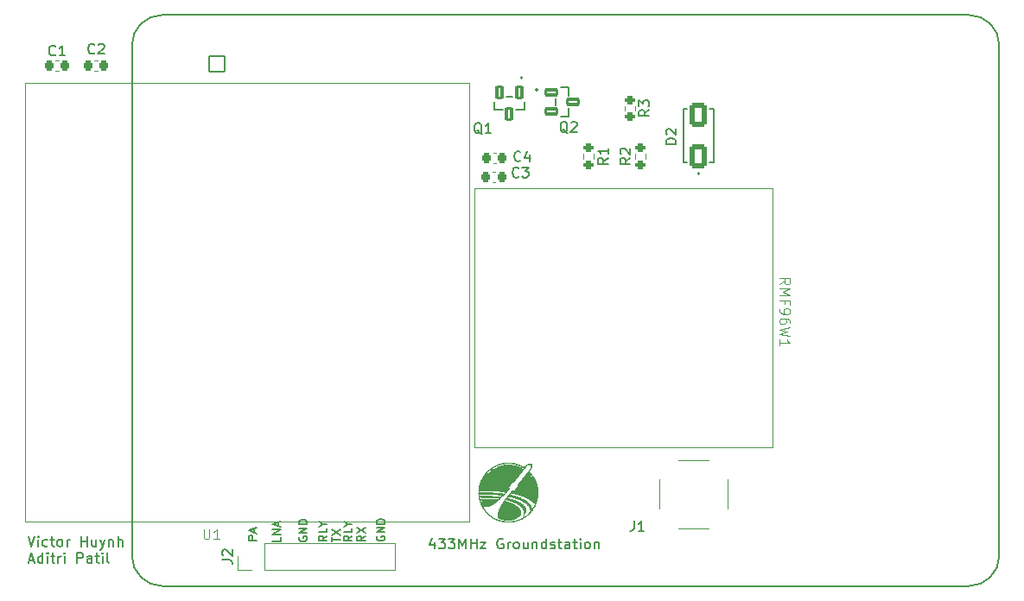
<source format=gbr>
%TF.GenerationSoftware,KiCad,Pcbnew,7.0.2-0*%
%TF.CreationDate,2024-03-08T21:59:11-08:00*%
%TF.ProjectId,New Groundstation,4e657720-4772-46f7-956e-647374617469,rev?*%
%TF.SameCoordinates,Original*%
%TF.FileFunction,Legend,Top*%
%TF.FilePolarity,Positive*%
%FSLAX46Y46*%
G04 Gerber Fmt 4.6, Leading zero omitted, Abs format (unit mm)*
G04 Created by KiCad (PCBNEW 7.0.2-0) date 2024-03-08 21:59:11*
%MOMM*%
%LPD*%
G01*
G04 APERTURE LIST*
G04 Aperture macros list*
%AMRoundRect*
0 Rectangle with rounded corners*
0 $1 Rounding radius*
0 $2 $3 $4 $5 $6 $7 $8 $9 X,Y pos of 4 corners*
0 Add a 4 corners polygon primitive as box body*
4,1,4,$2,$3,$4,$5,$6,$7,$8,$9,$2,$3,0*
0 Add four circle primitives for the rounded corners*
1,1,$1+$1,$2,$3*
1,1,$1+$1,$4,$5*
1,1,$1+$1,$6,$7*
1,1,$1+$1,$8,$9*
0 Add four rect primitives between the rounded corners*
20,1,$1+$1,$2,$3,$4,$5,0*
20,1,$1+$1,$4,$5,$6,$7,0*
20,1,$1+$1,$6,$7,$8,$9,0*
20,1,$1+$1,$8,$9,$2,$3,0*%
G04 Aperture macros list end*
%ADD10C,0.200000*%
%ADD11C,0.150000*%
%ADD12C,0.100000*%
%ADD13C,0.120000*%
%ADD14C,0.127000*%
%ADD15RoundRect,0.225000X-0.225000X-0.250000X0.225000X-0.250000X0.225000X0.250000X-0.225000X0.250000X0*%
%ADD16RoundRect,0.144000X-0.258000X0.573000X-0.258000X-0.573000X0.258000X-0.573000X0.258000X0.573000X0*%
%ADD17RoundRect,0.200000X0.275000X-0.200000X0.275000X0.200000X-0.275000X0.200000X-0.275000X-0.200000X0*%
%ADD18C,4.016400*%
%ADD19C,1.728000*%
%ADD20RoundRect,0.102000X-0.762000X-0.762000X0.762000X-0.762000X0.762000X0.762000X-0.762000X0.762000X0*%
%ADD21RoundRect,0.200000X-0.275000X0.200000X-0.275000X-0.200000X0.275000X-0.200000X0.275000X0.200000X0*%
%ADD22C,6.000000*%
%ADD23C,1.524000*%
%ADD24C,2.050000*%
%ADD25C,2.250000*%
%ADD26RoundRect,0.225000X0.225000X0.250000X-0.225000X0.250000X-0.225000X-0.250000X0.225000X-0.250000X0*%
%ADD27RoundRect,0.144000X-0.573000X-0.258000X0.573000X-0.258000X0.573000X0.258000X-0.573000X0.258000X0*%
%ADD28O,1.700000X1.700000*%
%ADD29R,1.700000X1.700000*%
%ADD30RoundRect,0.270300X0.596700X-0.936700X0.596700X0.936700X-0.596700X0.936700X-0.596700X-0.936700X0*%
G04 APERTURE END LIST*
D10*
X129435032Y-119777380D02*
X129054079Y-120044047D01*
X129435032Y-120234523D02*
X128635032Y-120234523D01*
X128635032Y-120234523D02*
X128635032Y-119929761D01*
X128635032Y-119929761D02*
X128673127Y-119853571D01*
X128673127Y-119853571D02*
X128711222Y-119815476D01*
X128711222Y-119815476D02*
X128787413Y-119777380D01*
X128787413Y-119777380D02*
X128901698Y-119777380D01*
X128901698Y-119777380D02*
X128977889Y-119815476D01*
X128977889Y-119815476D02*
X129015984Y-119853571D01*
X129015984Y-119853571D02*
X129054079Y-119929761D01*
X129054079Y-119929761D02*
X129054079Y-120234523D01*
X129435032Y-119053571D02*
X129435032Y-119434523D01*
X129435032Y-119434523D02*
X128635032Y-119434523D01*
X129054079Y-118634523D02*
X129435032Y-118634523D01*
X128635032Y-118901190D02*
X129054079Y-118634523D01*
X129054079Y-118634523D02*
X128635032Y-118367857D01*
X130731032Y-119777380D02*
X130350079Y-120044047D01*
X130731032Y-120234523D02*
X129931032Y-120234523D01*
X129931032Y-120234523D02*
X129931032Y-119929761D01*
X129931032Y-119929761D02*
X129969127Y-119853571D01*
X129969127Y-119853571D02*
X130007222Y-119815476D01*
X130007222Y-119815476D02*
X130083413Y-119777380D01*
X130083413Y-119777380D02*
X130197698Y-119777380D01*
X130197698Y-119777380D02*
X130273889Y-119815476D01*
X130273889Y-119815476D02*
X130311984Y-119853571D01*
X130311984Y-119853571D02*
X130350079Y-119929761D01*
X130350079Y-119929761D02*
X130350079Y-120234523D01*
X129931032Y-119510714D02*
X130731032Y-118977380D01*
X129931032Y-118977380D02*
X130731032Y-119510714D01*
X126960032Y-119777380D02*
X126579079Y-120044047D01*
X126960032Y-120234523D02*
X126160032Y-120234523D01*
X126160032Y-120234523D02*
X126160032Y-119929761D01*
X126160032Y-119929761D02*
X126198127Y-119853571D01*
X126198127Y-119853571D02*
X126236222Y-119815476D01*
X126236222Y-119815476D02*
X126312413Y-119777380D01*
X126312413Y-119777380D02*
X126426698Y-119777380D01*
X126426698Y-119777380D02*
X126502889Y-119815476D01*
X126502889Y-119815476D02*
X126540984Y-119853571D01*
X126540984Y-119853571D02*
X126579079Y-119929761D01*
X126579079Y-119929761D02*
X126579079Y-120234523D01*
X126960032Y-119053571D02*
X126960032Y-119434523D01*
X126960032Y-119434523D02*
X126160032Y-119434523D01*
X126579079Y-118634523D02*
X126960032Y-118634523D01*
X126160032Y-118901190D02*
X126579079Y-118634523D01*
X126579079Y-118634523D02*
X126160032Y-118367857D01*
X127456032Y-120348809D02*
X127456032Y-119891666D01*
X128256032Y-120120238D02*
X127456032Y-120120238D01*
X127456032Y-119701190D02*
X128256032Y-119167856D01*
X127456032Y-119167856D02*
X128256032Y-119701190D01*
X131894127Y-119815476D02*
X131856032Y-119891666D01*
X131856032Y-119891666D02*
X131856032Y-120005952D01*
X131856032Y-120005952D02*
X131894127Y-120120238D01*
X131894127Y-120120238D02*
X131970317Y-120196428D01*
X131970317Y-120196428D02*
X132046508Y-120234523D01*
X132046508Y-120234523D02*
X132198889Y-120272619D01*
X132198889Y-120272619D02*
X132313175Y-120272619D01*
X132313175Y-120272619D02*
X132465556Y-120234523D01*
X132465556Y-120234523D02*
X132541746Y-120196428D01*
X132541746Y-120196428D02*
X132617937Y-120120238D01*
X132617937Y-120120238D02*
X132656032Y-120005952D01*
X132656032Y-120005952D02*
X132656032Y-119929761D01*
X132656032Y-119929761D02*
X132617937Y-119815476D01*
X132617937Y-119815476D02*
X132579841Y-119777380D01*
X132579841Y-119777380D02*
X132313175Y-119777380D01*
X132313175Y-119777380D02*
X132313175Y-119929761D01*
X132656032Y-119434523D02*
X131856032Y-119434523D01*
X131856032Y-119434523D02*
X132656032Y-118977380D01*
X132656032Y-118977380D02*
X131856032Y-118977380D01*
X132656032Y-118596428D02*
X131856032Y-118596428D01*
X131856032Y-118596428D02*
X131856032Y-118405952D01*
X131856032Y-118405952D02*
X131894127Y-118291666D01*
X131894127Y-118291666D02*
X131970317Y-118215476D01*
X131970317Y-118215476D02*
X132046508Y-118177381D01*
X132046508Y-118177381D02*
X132198889Y-118139285D01*
X132198889Y-118139285D02*
X132313175Y-118139285D01*
X132313175Y-118139285D02*
X132465556Y-118177381D01*
X132465556Y-118177381D02*
X132541746Y-118215476D01*
X132541746Y-118215476D02*
X132617937Y-118291666D01*
X132617937Y-118291666D02*
X132656032Y-118405952D01*
X132656032Y-118405952D02*
X132656032Y-118596428D01*
X124244127Y-119865476D02*
X124206032Y-119941666D01*
X124206032Y-119941666D02*
X124206032Y-120055952D01*
X124206032Y-120055952D02*
X124244127Y-120170238D01*
X124244127Y-120170238D02*
X124320317Y-120246428D01*
X124320317Y-120246428D02*
X124396508Y-120284523D01*
X124396508Y-120284523D02*
X124548889Y-120322619D01*
X124548889Y-120322619D02*
X124663175Y-120322619D01*
X124663175Y-120322619D02*
X124815556Y-120284523D01*
X124815556Y-120284523D02*
X124891746Y-120246428D01*
X124891746Y-120246428D02*
X124967937Y-120170238D01*
X124967937Y-120170238D02*
X125006032Y-120055952D01*
X125006032Y-120055952D02*
X125006032Y-119979761D01*
X125006032Y-119979761D02*
X124967937Y-119865476D01*
X124967937Y-119865476D02*
X124929841Y-119827380D01*
X124929841Y-119827380D02*
X124663175Y-119827380D01*
X124663175Y-119827380D02*
X124663175Y-119979761D01*
X125006032Y-119484523D02*
X124206032Y-119484523D01*
X124206032Y-119484523D02*
X125006032Y-119027380D01*
X125006032Y-119027380D02*
X124206032Y-119027380D01*
X125006032Y-118646428D02*
X124206032Y-118646428D01*
X124206032Y-118646428D02*
X124206032Y-118455952D01*
X124206032Y-118455952D02*
X124244127Y-118341666D01*
X124244127Y-118341666D02*
X124320317Y-118265476D01*
X124320317Y-118265476D02*
X124396508Y-118227381D01*
X124396508Y-118227381D02*
X124548889Y-118189285D01*
X124548889Y-118189285D02*
X124663175Y-118189285D01*
X124663175Y-118189285D02*
X124815556Y-118227381D01*
X124815556Y-118227381D02*
X124891746Y-118265476D01*
X124891746Y-118265476D02*
X124967937Y-118341666D01*
X124967937Y-118341666D02*
X125006032Y-118455952D01*
X125006032Y-118455952D02*
X125006032Y-118646428D01*
X122431032Y-119903571D02*
X122431032Y-120284523D01*
X122431032Y-120284523D02*
X121631032Y-120284523D01*
X122431032Y-119636904D02*
X121631032Y-119636904D01*
X121631032Y-119636904D02*
X122431032Y-119179761D01*
X122431032Y-119179761D02*
X121631032Y-119179761D01*
X122202460Y-118836905D02*
X122202460Y-118455952D01*
X122431032Y-118913095D02*
X121631032Y-118646428D01*
X121631032Y-118646428D02*
X122431032Y-118379762D01*
X120081032Y-120209523D02*
X119281032Y-120209523D01*
X119281032Y-120209523D02*
X119281032Y-119904761D01*
X119281032Y-119904761D02*
X119319127Y-119828571D01*
X119319127Y-119828571D02*
X119357222Y-119790476D01*
X119357222Y-119790476D02*
X119433413Y-119752380D01*
X119433413Y-119752380D02*
X119547698Y-119752380D01*
X119547698Y-119752380D02*
X119623889Y-119790476D01*
X119623889Y-119790476D02*
X119661984Y-119828571D01*
X119661984Y-119828571D02*
X119700079Y-119904761D01*
X119700079Y-119904761D02*
X119700079Y-120209523D01*
X119852460Y-119447619D02*
X119852460Y-119066666D01*
X120081032Y-119523809D02*
X119281032Y-119257142D01*
X119281032Y-119257142D02*
X120081032Y-118990476D01*
D11*
X137508603Y-120368952D02*
X137508603Y-121035619D01*
X137270508Y-119988000D02*
X137032413Y-120702285D01*
X137032413Y-120702285D02*
X137651460Y-120702285D01*
X137937175Y-120035619D02*
X138556222Y-120035619D01*
X138556222Y-120035619D02*
X138222889Y-120416571D01*
X138222889Y-120416571D02*
X138365746Y-120416571D01*
X138365746Y-120416571D02*
X138460984Y-120464190D01*
X138460984Y-120464190D02*
X138508603Y-120511809D01*
X138508603Y-120511809D02*
X138556222Y-120607047D01*
X138556222Y-120607047D02*
X138556222Y-120845142D01*
X138556222Y-120845142D02*
X138508603Y-120940380D01*
X138508603Y-120940380D02*
X138460984Y-120988000D01*
X138460984Y-120988000D02*
X138365746Y-121035619D01*
X138365746Y-121035619D02*
X138080032Y-121035619D01*
X138080032Y-121035619D02*
X137984794Y-120988000D01*
X137984794Y-120988000D02*
X137937175Y-120940380D01*
X138889556Y-120035619D02*
X139508603Y-120035619D01*
X139508603Y-120035619D02*
X139175270Y-120416571D01*
X139175270Y-120416571D02*
X139318127Y-120416571D01*
X139318127Y-120416571D02*
X139413365Y-120464190D01*
X139413365Y-120464190D02*
X139460984Y-120511809D01*
X139460984Y-120511809D02*
X139508603Y-120607047D01*
X139508603Y-120607047D02*
X139508603Y-120845142D01*
X139508603Y-120845142D02*
X139460984Y-120940380D01*
X139460984Y-120940380D02*
X139413365Y-120988000D01*
X139413365Y-120988000D02*
X139318127Y-121035619D01*
X139318127Y-121035619D02*
X139032413Y-121035619D01*
X139032413Y-121035619D02*
X138937175Y-120988000D01*
X138937175Y-120988000D02*
X138889556Y-120940380D01*
X139937175Y-121035619D02*
X139937175Y-120035619D01*
X139937175Y-120035619D02*
X140270508Y-120749904D01*
X140270508Y-120749904D02*
X140603841Y-120035619D01*
X140603841Y-120035619D02*
X140603841Y-121035619D01*
X141080032Y-121035619D02*
X141080032Y-120035619D01*
X141080032Y-120511809D02*
X141651460Y-120511809D01*
X141651460Y-121035619D02*
X141651460Y-120035619D01*
X142032413Y-120368952D02*
X142556222Y-120368952D01*
X142556222Y-120368952D02*
X142032413Y-121035619D01*
X142032413Y-121035619D02*
X142556222Y-121035619D01*
X144222889Y-120083238D02*
X144127651Y-120035619D01*
X144127651Y-120035619D02*
X143984794Y-120035619D01*
X143984794Y-120035619D02*
X143841937Y-120083238D01*
X143841937Y-120083238D02*
X143746699Y-120178476D01*
X143746699Y-120178476D02*
X143699080Y-120273714D01*
X143699080Y-120273714D02*
X143651461Y-120464190D01*
X143651461Y-120464190D02*
X143651461Y-120607047D01*
X143651461Y-120607047D02*
X143699080Y-120797523D01*
X143699080Y-120797523D02*
X143746699Y-120892761D01*
X143746699Y-120892761D02*
X143841937Y-120988000D01*
X143841937Y-120988000D02*
X143984794Y-121035619D01*
X143984794Y-121035619D02*
X144080032Y-121035619D01*
X144080032Y-121035619D02*
X144222889Y-120988000D01*
X144222889Y-120988000D02*
X144270508Y-120940380D01*
X144270508Y-120940380D02*
X144270508Y-120607047D01*
X144270508Y-120607047D02*
X144080032Y-120607047D01*
X144699080Y-121035619D02*
X144699080Y-120368952D01*
X144699080Y-120559428D02*
X144746699Y-120464190D01*
X144746699Y-120464190D02*
X144794318Y-120416571D01*
X144794318Y-120416571D02*
X144889556Y-120368952D01*
X144889556Y-120368952D02*
X144984794Y-120368952D01*
X145460985Y-121035619D02*
X145365747Y-120988000D01*
X145365747Y-120988000D02*
X145318128Y-120940380D01*
X145318128Y-120940380D02*
X145270509Y-120845142D01*
X145270509Y-120845142D02*
X145270509Y-120559428D01*
X145270509Y-120559428D02*
X145318128Y-120464190D01*
X145318128Y-120464190D02*
X145365747Y-120416571D01*
X145365747Y-120416571D02*
X145460985Y-120368952D01*
X145460985Y-120368952D02*
X145603842Y-120368952D01*
X145603842Y-120368952D02*
X145699080Y-120416571D01*
X145699080Y-120416571D02*
X145746699Y-120464190D01*
X145746699Y-120464190D02*
X145794318Y-120559428D01*
X145794318Y-120559428D02*
X145794318Y-120845142D01*
X145794318Y-120845142D02*
X145746699Y-120940380D01*
X145746699Y-120940380D02*
X145699080Y-120988000D01*
X145699080Y-120988000D02*
X145603842Y-121035619D01*
X145603842Y-121035619D02*
X145460985Y-121035619D01*
X146651461Y-120368952D02*
X146651461Y-121035619D01*
X146222890Y-120368952D02*
X146222890Y-120892761D01*
X146222890Y-120892761D02*
X146270509Y-120988000D01*
X146270509Y-120988000D02*
X146365747Y-121035619D01*
X146365747Y-121035619D02*
X146508604Y-121035619D01*
X146508604Y-121035619D02*
X146603842Y-120988000D01*
X146603842Y-120988000D02*
X146651461Y-120940380D01*
X147127652Y-120368952D02*
X147127652Y-121035619D01*
X147127652Y-120464190D02*
X147175271Y-120416571D01*
X147175271Y-120416571D02*
X147270509Y-120368952D01*
X147270509Y-120368952D02*
X147413366Y-120368952D01*
X147413366Y-120368952D02*
X147508604Y-120416571D01*
X147508604Y-120416571D02*
X147556223Y-120511809D01*
X147556223Y-120511809D02*
X147556223Y-121035619D01*
X148460985Y-121035619D02*
X148460985Y-120035619D01*
X148460985Y-120988000D02*
X148365747Y-121035619D01*
X148365747Y-121035619D02*
X148175271Y-121035619D01*
X148175271Y-121035619D02*
X148080033Y-120988000D01*
X148080033Y-120988000D02*
X148032414Y-120940380D01*
X148032414Y-120940380D02*
X147984795Y-120845142D01*
X147984795Y-120845142D02*
X147984795Y-120559428D01*
X147984795Y-120559428D02*
X148032414Y-120464190D01*
X148032414Y-120464190D02*
X148080033Y-120416571D01*
X148080033Y-120416571D02*
X148175271Y-120368952D01*
X148175271Y-120368952D02*
X148365747Y-120368952D01*
X148365747Y-120368952D02*
X148460985Y-120416571D01*
X148889557Y-120988000D02*
X148984795Y-121035619D01*
X148984795Y-121035619D02*
X149175271Y-121035619D01*
X149175271Y-121035619D02*
X149270509Y-120988000D01*
X149270509Y-120988000D02*
X149318128Y-120892761D01*
X149318128Y-120892761D02*
X149318128Y-120845142D01*
X149318128Y-120845142D02*
X149270509Y-120749904D01*
X149270509Y-120749904D02*
X149175271Y-120702285D01*
X149175271Y-120702285D02*
X149032414Y-120702285D01*
X149032414Y-120702285D02*
X148937176Y-120654666D01*
X148937176Y-120654666D02*
X148889557Y-120559428D01*
X148889557Y-120559428D02*
X148889557Y-120511809D01*
X148889557Y-120511809D02*
X148937176Y-120416571D01*
X148937176Y-120416571D02*
X149032414Y-120368952D01*
X149032414Y-120368952D02*
X149175271Y-120368952D01*
X149175271Y-120368952D02*
X149270509Y-120416571D01*
X149603843Y-120368952D02*
X149984795Y-120368952D01*
X149746700Y-120035619D02*
X149746700Y-120892761D01*
X149746700Y-120892761D02*
X149794319Y-120988000D01*
X149794319Y-120988000D02*
X149889557Y-121035619D01*
X149889557Y-121035619D02*
X149984795Y-121035619D01*
X150746700Y-121035619D02*
X150746700Y-120511809D01*
X150746700Y-120511809D02*
X150699081Y-120416571D01*
X150699081Y-120416571D02*
X150603843Y-120368952D01*
X150603843Y-120368952D02*
X150413367Y-120368952D01*
X150413367Y-120368952D02*
X150318129Y-120416571D01*
X150746700Y-120988000D02*
X150651462Y-121035619D01*
X150651462Y-121035619D02*
X150413367Y-121035619D01*
X150413367Y-121035619D02*
X150318129Y-120988000D01*
X150318129Y-120988000D02*
X150270510Y-120892761D01*
X150270510Y-120892761D02*
X150270510Y-120797523D01*
X150270510Y-120797523D02*
X150318129Y-120702285D01*
X150318129Y-120702285D02*
X150413367Y-120654666D01*
X150413367Y-120654666D02*
X150651462Y-120654666D01*
X150651462Y-120654666D02*
X150746700Y-120607047D01*
X151080034Y-120368952D02*
X151460986Y-120368952D01*
X151222891Y-120035619D02*
X151222891Y-120892761D01*
X151222891Y-120892761D02*
X151270510Y-120988000D01*
X151270510Y-120988000D02*
X151365748Y-121035619D01*
X151365748Y-121035619D02*
X151460986Y-121035619D01*
X151794320Y-121035619D02*
X151794320Y-120368952D01*
X151794320Y-120035619D02*
X151746701Y-120083238D01*
X151746701Y-120083238D02*
X151794320Y-120130857D01*
X151794320Y-120130857D02*
X151841939Y-120083238D01*
X151841939Y-120083238D02*
X151794320Y-120035619D01*
X151794320Y-120035619D02*
X151794320Y-120130857D01*
X152413367Y-121035619D02*
X152318129Y-120988000D01*
X152318129Y-120988000D02*
X152270510Y-120940380D01*
X152270510Y-120940380D02*
X152222891Y-120845142D01*
X152222891Y-120845142D02*
X152222891Y-120559428D01*
X152222891Y-120559428D02*
X152270510Y-120464190D01*
X152270510Y-120464190D02*
X152318129Y-120416571D01*
X152318129Y-120416571D02*
X152413367Y-120368952D01*
X152413367Y-120368952D02*
X152556224Y-120368952D01*
X152556224Y-120368952D02*
X152651462Y-120416571D01*
X152651462Y-120416571D02*
X152699081Y-120464190D01*
X152699081Y-120464190D02*
X152746700Y-120559428D01*
X152746700Y-120559428D02*
X152746700Y-120845142D01*
X152746700Y-120845142D02*
X152699081Y-120940380D01*
X152699081Y-120940380D02*
X152651462Y-120988000D01*
X152651462Y-120988000D02*
X152556224Y-121035619D01*
X152556224Y-121035619D02*
X152413367Y-121035619D01*
X153175272Y-120368952D02*
X153175272Y-121035619D01*
X153175272Y-120464190D02*
X153222891Y-120416571D01*
X153222891Y-120416571D02*
X153318129Y-120368952D01*
X153318129Y-120368952D02*
X153460986Y-120368952D01*
X153460986Y-120368952D02*
X153556224Y-120416571D01*
X153556224Y-120416571D02*
X153603843Y-120511809D01*
X153603843Y-120511809D02*
X153603843Y-121035619D01*
X97694175Y-119812619D02*
X98027508Y-120812619D01*
X98027508Y-120812619D02*
X98360841Y-119812619D01*
X98694175Y-120812619D02*
X98694175Y-120145952D01*
X98694175Y-119812619D02*
X98646556Y-119860238D01*
X98646556Y-119860238D02*
X98694175Y-119907857D01*
X98694175Y-119907857D02*
X98741794Y-119860238D01*
X98741794Y-119860238D02*
X98694175Y-119812619D01*
X98694175Y-119812619D02*
X98694175Y-119907857D01*
X99598936Y-120765000D02*
X99503698Y-120812619D01*
X99503698Y-120812619D02*
X99313222Y-120812619D01*
X99313222Y-120812619D02*
X99217984Y-120765000D01*
X99217984Y-120765000D02*
X99170365Y-120717380D01*
X99170365Y-120717380D02*
X99122746Y-120622142D01*
X99122746Y-120622142D02*
X99122746Y-120336428D01*
X99122746Y-120336428D02*
X99170365Y-120241190D01*
X99170365Y-120241190D02*
X99217984Y-120193571D01*
X99217984Y-120193571D02*
X99313222Y-120145952D01*
X99313222Y-120145952D02*
X99503698Y-120145952D01*
X99503698Y-120145952D02*
X99598936Y-120193571D01*
X99884651Y-120145952D02*
X100265603Y-120145952D01*
X100027508Y-119812619D02*
X100027508Y-120669761D01*
X100027508Y-120669761D02*
X100075127Y-120765000D01*
X100075127Y-120765000D02*
X100170365Y-120812619D01*
X100170365Y-120812619D02*
X100265603Y-120812619D01*
X100741794Y-120812619D02*
X100646556Y-120765000D01*
X100646556Y-120765000D02*
X100598937Y-120717380D01*
X100598937Y-120717380D02*
X100551318Y-120622142D01*
X100551318Y-120622142D02*
X100551318Y-120336428D01*
X100551318Y-120336428D02*
X100598937Y-120241190D01*
X100598937Y-120241190D02*
X100646556Y-120193571D01*
X100646556Y-120193571D02*
X100741794Y-120145952D01*
X100741794Y-120145952D02*
X100884651Y-120145952D01*
X100884651Y-120145952D02*
X100979889Y-120193571D01*
X100979889Y-120193571D02*
X101027508Y-120241190D01*
X101027508Y-120241190D02*
X101075127Y-120336428D01*
X101075127Y-120336428D02*
X101075127Y-120622142D01*
X101075127Y-120622142D02*
X101027508Y-120717380D01*
X101027508Y-120717380D02*
X100979889Y-120765000D01*
X100979889Y-120765000D02*
X100884651Y-120812619D01*
X100884651Y-120812619D02*
X100741794Y-120812619D01*
X101503699Y-120812619D02*
X101503699Y-120145952D01*
X101503699Y-120336428D02*
X101551318Y-120241190D01*
X101551318Y-120241190D02*
X101598937Y-120193571D01*
X101598937Y-120193571D02*
X101694175Y-120145952D01*
X101694175Y-120145952D02*
X101789413Y-120145952D01*
X102884652Y-120812619D02*
X102884652Y-119812619D01*
X102884652Y-120288809D02*
X103456080Y-120288809D01*
X103456080Y-120812619D02*
X103456080Y-119812619D01*
X104360842Y-120145952D02*
X104360842Y-120812619D01*
X103932271Y-120145952D02*
X103932271Y-120669761D01*
X103932271Y-120669761D02*
X103979890Y-120765000D01*
X103979890Y-120765000D02*
X104075128Y-120812619D01*
X104075128Y-120812619D02*
X104217985Y-120812619D01*
X104217985Y-120812619D02*
X104313223Y-120765000D01*
X104313223Y-120765000D02*
X104360842Y-120717380D01*
X104741795Y-120145952D02*
X104979890Y-120812619D01*
X105217985Y-120145952D02*
X104979890Y-120812619D01*
X104979890Y-120812619D02*
X104884652Y-121050714D01*
X104884652Y-121050714D02*
X104837033Y-121098333D01*
X104837033Y-121098333D02*
X104741795Y-121145952D01*
X105598938Y-120145952D02*
X105598938Y-120812619D01*
X105598938Y-120241190D02*
X105646557Y-120193571D01*
X105646557Y-120193571D02*
X105741795Y-120145952D01*
X105741795Y-120145952D02*
X105884652Y-120145952D01*
X105884652Y-120145952D02*
X105979890Y-120193571D01*
X105979890Y-120193571D02*
X106027509Y-120288809D01*
X106027509Y-120288809D02*
X106027509Y-120812619D01*
X106503700Y-120812619D02*
X106503700Y-119812619D01*
X106932271Y-120812619D02*
X106932271Y-120288809D01*
X106932271Y-120288809D02*
X106884652Y-120193571D01*
X106884652Y-120193571D02*
X106789414Y-120145952D01*
X106789414Y-120145952D02*
X106646557Y-120145952D01*
X106646557Y-120145952D02*
X106551319Y-120193571D01*
X106551319Y-120193571D02*
X106503700Y-120241190D01*
X97789413Y-122146904D02*
X98265603Y-122146904D01*
X97694175Y-122432619D02*
X98027508Y-121432619D01*
X98027508Y-121432619D02*
X98360841Y-122432619D01*
X99122746Y-122432619D02*
X99122746Y-121432619D01*
X99122746Y-122385000D02*
X99027508Y-122432619D01*
X99027508Y-122432619D02*
X98837032Y-122432619D01*
X98837032Y-122432619D02*
X98741794Y-122385000D01*
X98741794Y-122385000D02*
X98694175Y-122337380D01*
X98694175Y-122337380D02*
X98646556Y-122242142D01*
X98646556Y-122242142D02*
X98646556Y-121956428D01*
X98646556Y-121956428D02*
X98694175Y-121861190D01*
X98694175Y-121861190D02*
X98741794Y-121813571D01*
X98741794Y-121813571D02*
X98837032Y-121765952D01*
X98837032Y-121765952D02*
X99027508Y-121765952D01*
X99027508Y-121765952D02*
X99122746Y-121813571D01*
X99598937Y-122432619D02*
X99598937Y-121765952D01*
X99598937Y-121432619D02*
X99551318Y-121480238D01*
X99551318Y-121480238D02*
X99598937Y-121527857D01*
X99598937Y-121527857D02*
X99646556Y-121480238D01*
X99646556Y-121480238D02*
X99598937Y-121432619D01*
X99598937Y-121432619D02*
X99598937Y-121527857D01*
X99932270Y-121765952D02*
X100313222Y-121765952D01*
X100075127Y-121432619D02*
X100075127Y-122289761D01*
X100075127Y-122289761D02*
X100122746Y-122385000D01*
X100122746Y-122385000D02*
X100217984Y-122432619D01*
X100217984Y-122432619D02*
X100313222Y-122432619D01*
X100646556Y-122432619D02*
X100646556Y-121765952D01*
X100646556Y-121956428D02*
X100694175Y-121861190D01*
X100694175Y-121861190D02*
X100741794Y-121813571D01*
X100741794Y-121813571D02*
X100837032Y-121765952D01*
X100837032Y-121765952D02*
X100932270Y-121765952D01*
X101265604Y-122432619D02*
X101265604Y-121765952D01*
X101265604Y-121432619D02*
X101217985Y-121480238D01*
X101217985Y-121480238D02*
X101265604Y-121527857D01*
X101265604Y-121527857D02*
X101313223Y-121480238D01*
X101313223Y-121480238D02*
X101265604Y-121432619D01*
X101265604Y-121432619D02*
X101265604Y-121527857D01*
X102503699Y-122432619D02*
X102503699Y-121432619D01*
X102503699Y-121432619D02*
X102884651Y-121432619D01*
X102884651Y-121432619D02*
X102979889Y-121480238D01*
X102979889Y-121480238D02*
X103027508Y-121527857D01*
X103027508Y-121527857D02*
X103075127Y-121623095D01*
X103075127Y-121623095D02*
X103075127Y-121765952D01*
X103075127Y-121765952D02*
X103027508Y-121861190D01*
X103027508Y-121861190D02*
X102979889Y-121908809D01*
X102979889Y-121908809D02*
X102884651Y-121956428D01*
X102884651Y-121956428D02*
X102503699Y-121956428D01*
X103932270Y-122432619D02*
X103932270Y-121908809D01*
X103932270Y-121908809D02*
X103884651Y-121813571D01*
X103884651Y-121813571D02*
X103789413Y-121765952D01*
X103789413Y-121765952D02*
X103598937Y-121765952D01*
X103598937Y-121765952D02*
X103503699Y-121813571D01*
X103932270Y-122385000D02*
X103837032Y-122432619D01*
X103837032Y-122432619D02*
X103598937Y-122432619D01*
X103598937Y-122432619D02*
X103503699Y-122385000D01*
X103503699Y-122385000D02*
X103456080Y-122289761D01*
X103456080Y-122289761D02*
X103456080Y-122194523D01*
X103456080Y-122194523D02*
X103503699Y-122099285D01*
X103503699Y-122099285D02*
X103598937Y-122051666D01*
X103598937Y-122051666D02*
X103837032Y-122051666D01*
X103837032Y-122051666D02*
X103932270Y-122004047D01*
X104265604Y-121765952D02*
X104646556Y-121765952D01*
X104408461Y-121432619D02*
X104408461Y-122289761D01*
X104408461Y-122289761D02*
X104456080Y-122385000D01*
X104456080Y-122385000D02*
X104551318Y-122432619D01*
X104551318Y-122432619D02*
X104646556Y-122432619D01*
X104979890Y-122432619D02*
X104979890Y-121765952D01*
X104979890Y-121432619D02*
X104932271Y-121480238D01*
X104932271Y-121480238D02*
X104979890Y-121527857D01*
X104979890Y-121527857D02*
X105027509Y-121480238D01*
X105027509Y-121480238D02*
X104979890Y-121432619D01*
X104979890Y-121432619D02*
X104979890Y-121527857D01*
X105598937Y-122432619D02*
X105503699Y-122385000D01*
X105503699Y-122385000D02*
X105456080Y-122289761D01*
X105456080Y-122289761D02*
X105456080Y-121432619D01*
X145768470Y-84542980D02*
X145720851Y-84590600D01*
X145720851Y-84590600D02*
X145577994Y-84638219D01*
X145577994Y-84638219D02*
X145482756Y-84638219D01*
X145482756Y-84638219D02*
X145339899Y-84590600D01*
X145339899Y-84590600D02*
X145244661Y-84495361D01*
X145244661Y-84495361D02*
X145197042Y-84400123D01*
X145197042Y-84400123D02*
X145149423Y-84209647D01*
X145149423Y-84209647D02*
X145149423Y-84066790D01*
X145149423Y-84066790D02*
X145197042Y-83876314D01*
X145197042Y-83876314D02*
X145244661Y-83781076D01*
X145244661Y-83781076D02*
X145339899Y-83685838D01*
X145339899Y-83685838D02*
X145482756Y-83638219D01*
X145482756Y-83638219D02*
X145577994Y-83638219D01*
X145577994Y-83638219D02*
X145720851Y-83685838D01*
X145720851Y-83685838D02*
X145768470Y-83733457D01*
X146101804Y-83638219D02*
X146720851Y-83638219D01*
X146720851Y-83638219D02*
X146387518Y-84019171D01*
X146387518Y-84019171D02*
X146530375Y-84019171D01*
X146530375Y-84019171D02*
X146625613Y-84066790D01*
X146625613Y-84066790D02*
X146673232Y-84114409D01*
X146673232Y-84114409D02*
X146720851Y-84209647D01*
X146720851Y-84209647D02*
X146720851Y-84447742D01*
X146720851Y-84447742D02*
X146673232Y-84542980D01*
X146673232Y-84542980D02*
X146625613Y-84590600D01*
X146625613Y-84590600D02*
X146530375Y-84638219D01*
X146530375Y-84638219D02*
X146244661Y-84638219D01*
X146244661Y-84638219D02*
X146149423Y-84590600D01*
X146149423Y-84590600D02*
X146101804Y-84542980D01*
X142156898Y-80390057D02*
X142061660Y-80342438D01*
X142061660Y-80342438D02*
X141966422Y-80247200D01*
X141966422Y-80247200D02*
X141823565Y-80104342D01*
X141823565Y-80104342D02*
X141728327Y-80056723D01*
X141728327Y-80056723D02*
X141633089Y-80056723D01*
X141680708Y-80294819D02*
X141585470Y-80247200D01*
X141585470Y-80247200D02*
X141490232Y-80151961D01*
X141490232Y-80151961D02*
X141442613Y-79961485D01*
X141442613Y-79961485D02*
X141442613Y-79628152D01*
X141442613Y-79628152D02*
X141490232Y-79437676D01*
X141490232Y-79437676D02*
X141585470Y-79342438D01*
X141585470Y-79342438D02*
X141680708Y-79294819D01*
X141680708Y-79294819D02*
X141871184Y-79294819D01*
X141871184Y-79294819D02*
X141966422Y-79342438D01*
X141966422Y-79342438D02*
X142061660Y-79437676D01*
X142061660Y-79437676D02*
X142109279Y-79628152D01*
X142109279Y-79628152D02*
X142109279Y-79961485D01*
X142109279Y-79961485D02*
X142061660Y-80151961D01*
X142061660Y-80151961D02*
X141966422Y-80247200D01*
X141966422Y-80247200D02*
X141871184Y-80294819D01*
X141871184Y-80294819D02*
X141680708Y-80294819D01*
X143061660Y-80294819D02*
X142490232Y-80294819D01*
X142775946Y-80294819D02*
X142775946Y-79294819D01*
X142775946Y-79294819D02*
X142680708Y-79437676D01*
X142680708Y-79437676D02*
X142585470Y-79532914D01*
X142585470Y-79532914D02*
X142490232Y-79580533D01*
X156702556Y-82716666D02*
X156226365Y-83049999D01*
X156702556Y-83288094D02*
X155702556Y-83288094D01*
X155702556Y-83288094D02*
X155702556Y-82907142D01*
X155702556Y-82907142D02*
X155750175Y-82811904D01*
X155750175Y-82811904D02*
X155797794Y-82764285D01*
X155797794Y-82764285D02*
X155893032Y-82716666D01*
X155893032Y-82716666D02*
X156035889Y-82716666D01*
X156035889Y-82716666D02*
X156131127Y-82764285D01*
X156131127Y-82764285D02*
X156178746Y-82811904D01*
X156178746Y-82811904D02*
X156226365Y-82907142D01*
X156226365Y-82907142D02*
X156226365Y-83288094D01*
X155797794Y-82335713D02*
X155750175Y-82288094D01*
X155750175Y-82288094D02*
X155702556Y-82192856D01*
X155702556Y-82192856D02*
X155702556Y-81954761D01*
X155702556Y-81954761D02*
X155750175Y-81859523D01*
X155750175Y-81859523D02*
X155797794Y-81811904D01*
X155797794Y-81811904D02*
X155893032Y-81764285D01*
X155893032Y-81764285D02*
X155988270Y-81764285D01*
X155988270Y-81764285D02*
X156131127Y-81811904D01*
X156131127Y-81811904D02*
X156702556Y-82383332D01*
X156702556Y-82383332D02*
X156702556Y-81764285D01*
X154512556Y-82716666D02*
X154036365Y-83049999D01*
X154512556Y-83288094D02*
X153512556Y-83288094D01*
X153512556Y-83288094D02*
X153512556Y-82907142D01*
X153512556Y-82907142D02*
X153560175Y-82811904D01*
X153560175Y-82811904D02*
X153607794Y-82764285D01*
X153607794Y-82764285D02*
X153703032Y-82716666D01*
X153703032Y-82716666D02*
X153845889Y-82716666D01*
X153845889Y-82716666D02*
X153941127Y-82764285D01*
X153941127Y-82764285D02*
X153988746Y-82811904D01*
X153988746Y-82811904D02*
X154036365Y-82907142D01*
X154036365Y-82907142D02*
X154036365Y-83288094D01*
X154512556Y-81764285D02*
X154512556Y-82335713D01*
X154512556Y-82049999D02*
X153512556Y-82049999D01*
X153512556Y-82049999D02*
X153655413Y-82145237D01*
X153655413Y-82145237D02*
X153750651Y-82240475D01*
X153750651Y-82240475D02*
X153798270Y-82335713D01*
D12*
X114892032Y-119097619D02*
X114892032Y-119907142D01*
X114892032Y-119907142D02*
X114939651Y-120002380D01*
X114939651Y-120002380D02*
X114987270Y-120050000D01*
X114987270Y-120050000D02*
X115082508Y-120097619D01*
X115082508Y-120097619D02*
X115272984Y-120097619D01*
X115272984Y-120097619D02*
X115368222Y-120050000D01*
X115368222Y-120050000D02*
X115415841Y-120002380D01*
X115415841Y-120002380D02*
X115463460Y-119907142D01*
X115463460Y-119907142D02*
X115463460Y-119097619D01*
X116463460Y-120097619D02*
X115892032Y-120097619D01*
X116177746Y-120097619D02*
X116177746Y-119097619D01*
X116177746Y-119097619D02*
X116082508Y-119240476D01*
X116082508Y-119240476D02*
X115987270Y-119335714D01*
X115987270Y-119335714D02*
X115892032Y-119383333D01*
X171329717Y-95109962D02*
X171805908Y-94776629D01*
X171329717Y-94538534D02*
X172329717Y-94538534D01*
X172329717Y-94538534D02*
X172329717Y-94919486D01*
X172329717Y-94919486D02*
X172282098Y-95014724D01*
X172282098Y-95014724D02*
X172234479Y-95062343D01*
X172234479Y-95062343D02*
X172139241Y-95109962D01*
X172139241Y-95109962D02*
X171996384Y-95109962D01*
X171996384Y-95109962D02*
X171901146Y-95062343D01*
X171901146Y-95062343D02*
X171853527Y-95014724D01*
X171853527Y-95014724D02*
X171805908Y-94919486D01*
X171805908Y-94919486D02*
X171805908Y-94538534D01*
X171329717Y-95538534D02*
X172329717Y-95538534D01*
X172329717Y-95538534D02*
X171615432Y-95871867D01*
X171615432Y-95871867D02*
X172329717Y-96205200D01*
X172329717Y-96205200D02*
X171329717Y-96205200D01*
X171853527Y-97014724D02*
X171853527Y-96681391D01*
X171329717Y-96681391D02*
X172329717Y-96681391D01*
X172329717Y-96681391D02*
X172329717Y-97157581D01*
X171329717Y-97586153D02*
X171329717Y-97776629D01*
X171329717Y-97776629D02*
X171377337Y-97871867D01*
X171377337Y-97871867D02*
X171424956Y-97919486D01*
X171424956Y-97919486D02*
X171567813Y-98014724D01*
X171567813Y-98014724D02*
X171758289Y-98062343D01*
X171758289Y-98062343D02*
X172139241Y-98062343D01*
X172139241Y-98062343D02*
X172234479Y-98014724D01*
X172234479Y-98014724D02*
X172282098Y-97967105D01*
X172282098Y-97967105D02*
X172329717Y-97871867D01*
X172329717Y-97871867D02*
X172329717Y-97681391D01*
X172329717Y-97681391D02*
X172282098Y-97586153D01*
X172282098Y-97586153D02*
X172234479Y-97538534D01*
X172234479Y-97538534D02*
X172139241Y-97490915D01*
X172139241Y-97490915D02*
X171901146Y-97490915D01*
X171901146Y-97490915D02*
X171805908Y-97538534D01*
X171805908Y-97538534D02*
X171758289Y-97586153D01*
X171758289Y-97586153D02*
X171710670Y-97681391D01*
X171710670Y-97681391D02*
X171710670Y-97871867D01*
X171710670Y-97871867D02*
X171758289Y-97967105D01*
X171758289Y-97967105D02*
X171805908Y-98014724D01*
X171805908Y-98014724D02*
X171901146Y-98062343D01*
X172329717Y-98919486D02*
X172329717Y-98729010D01*
X172329717Y-98729010D02*
X172282098Y-98633772D01*
X172282098Y-98633772D02*
X172234479Y-98586153D01*
X172234479Y-98586153D02*
X172091622Y-98490915D01*
X172091622Y-98490915D02*
X171901146Y-98443296D01*
X171901146Y-98443296D02*
X171520194Y-98443296D01*
X171520194Y-98443296D02*
X171424956Y-98490915D01*
X171424956Y-98490915D02*
X171377337Y-98538534D01*
X171377337Y-98538534D02*
X171329717Y-98633772D01*
X171329717Y-98633772D02*
X171329717Y-98824248D01*
X171329717Y-98824248D02*
X171377337Y-98919486D01*
X171377337Y-98919486D02*
X171424956Y-98967105D01*
X171424956Y-98967105D02*
X171520194Y-99014724D01*
X171520194Y-99014724D02*
X171758289Y-99014724D01*
X171758289Y-99014724D02*
X171853527Y-98967105D01*
X171853527Y-98967105D02*
X171901146Y-98919486D01*
X171901146Y-98919486D02*
X171948765Y-98824248D01*
X171948765Y-98824248D02*
X171948765Y-98633772D01*
X171948765Y-98633772D02*
X171901146Y-98538534D01*
X171901146Y-98538534D02*
X171853527Y-98490915D01*
X171853527Y-98490915D02*
X171758289Y-98443296D01*
X172329717Y-99348058D02*
X171329717Y-99586153D01*
X171329717Y-99586153D02*
X172044003Y-99776629D01*
X172044003Y-99776629D02*
X171329717Y-99967105D01*
X171329717Y-99967105D02*
X172329717Y-100205201D01*
X171329717Y-101109962D02*
X171329717Y-100538534D01*
X171329717Y-100824248D02*
X172329717Y-100824248D01*
X172329717Y-100824248D02*
X172186860Y-100729010D01*
X172186860Y-100729010D02*
X172091622Y-100633772D01*
X172091622Y-100633772D02*
X172044003Y-100538534D01*
D11*
X100366270Y-72597380D02*
X100318651Y-72645000D01*
X100318651Y-72645000D02*
X100175794Y-72692619D01*
X100175794Y-72692619D02*
X100080556Y-72692619D01*
X100080556Y-72692619D02*
X99937699Y-72645000D01*
X99937699Y-72645000D02*
X99842461Y-72549761D01*
X99842461Y-72549761D02*
X99794842Y-72454523D01*
X99794842Y-72454523D02*
X99747223Y-72264047D01*
X99747223Y-72264047D02*
X99747223Y-72121190D01*
X99747223Y-72121190D02*
X99794842Y-71930714D01*
X99794842Y-71930714D02*
X99842461Y-71835476D01*
X99842461Y-71835476D02*
X99937699Y-71740238D01*
X99937699Y-71740238D02*
X100080556Y-71692619D01*
X100080556Y-71692619D02*
X100175794Y-71692619D01*
X100175794Y-71692619D02*
X100318651Y-71740238D01*
X100318651Y-71740238D02*
X100366270Y-71787857D01*
X101318651Y-72692619D02*
X100747223Y-72692619D01*
X101032937Y-72692619D02*
X101032937Y-71692619D01*
X101032937Y-71692619D02*
X100937699Y-71835476D01*
X100937699Y-71835476D02*
X100842461Y-71930714D01*
X100842461Y-71930714D02*
X100747223Y-71978333D01*
X157057203Y-118309219D02*
X157057203Y-119023504D01*
X157057203Y-119023504D02*
X157009584Y-119166361D01*
X157009584Y-119166361D02*
X156914346Y-119261600D01*
X156914346Y-119261600D02*
X156771489Y-119309219D01*
X156771489Y-119309219D02*
X156676251Y-119309219D01*
X158057203Y-119309219D02*
X157485775Y-119309219D01*
X157771489Y-119309219D02*
X157771489Y-118309219D01*
X157771489Y-118309219D02*
X157676251Y-118452076D01*
X157676251Y-118452076D02*
X157581013Y-118547314D01*
X157581013Y-118547314D02*
X157485775Y-118594933D01*
X104188670Y-72427180D02*
X104141051Y-72474800D01*
X104141051Y-72474800D02*
X103998194Y-72522419D01*
X103998194Y-72522419D02*
X103902956Y-72522419D01*
X103902956Y-72522419D02*
X103760099Y-72474800D01*
X103760099Y-72474800D02*
X103664861Y-72379561D01*
X103664861Y-72379561D02*
X103617242Y-72284323D01*
X103617242Y-72284323D02*
X103569623Y-72093847D01*
X103569623Y-72093847D02*
X103569623Y-71950990D01*
X103569623Y-71950990D02*
X103617242Y-71760514D01*
X103617242Y-71760514D02*
X103664861Y-71665276D01*
X103664861Y-71665276D02*
X103760099Y-71570038D01*
X103760099Y-71570038D02*
X103902956Y-71522419D01*
X103902956Y-71522419D02*
X103998194Y-71522419D01*
X103998194Y-71522419D02*
X104141051Y-71570038D01*
X104141051Y-71570038D02*
X104188670Y-71617657D01*
X104569623Y-71617657D02*
X104617242Y-71570038D01*
X104617242Y-71570038D02*
X104712480Y-71522419D01*
X104712480Y-71522419D02*
X104950575Y-71522419D01*
X104950575Y-71522419D02*
X105045813Y-71570038D01*
X105045813Y-71570038D02*
X105093432Y-71617657D01*
X105093432Y-71617657D02*
X105141051Y-71712895D01*
X105141051Y-71712895D02*
X105141051Y-71808133D01*
X105141051Y-71808133D02*
X105093432Y-71950990D01*
X105093432Y-71950990D02*
X104522004Y-72522419D01*
X104522004Y-72522419D02*
X105141051Y-72522419D01*
X145946270Y-82968180D02*
X145898651Y-83015800D01*
X145898651Y-83015800D02*
X145755794Y-83063419D01*
X145755794Y-83063419D02*
X145660556Y-83063419D01*
X145660556Y-83063419D02*
X145517699Y-83015800D01*
X145517699Y-83015800D02*
X145422461Y-82920561D01*
X145422461Y-82920561D02*
X145374842Y-82825323D01*
X145374842Y-82825323D02*
X145327223Y-82634847D01*
X145327223Y-82634847D02*
X145327223Y-82491990D01*
X145327223Y-82491990D02*
X145374842Y-82301514D01*
X145374842Y-82301514D02*
X145422461Y-82206276D01*
X145422461Y-82206276D02*
X145517699Y-82111038D01*
X145517699Y-82111038D02*
X145660556Y-82063419D01*
X145660556Y-82063419D02*
X145755794Y-82063419D01*
X145755794Y-82063419D02*
X145898651Y-82111038D01*
X145898651Y-82111038D02*
X145946270Y-82158657D01*
X146803413Y-82396752D02*
X146803413Y-83063419D01*
X146565318Y-82015800D02*
X146327223Y-82730085D01*
X146327223Y-82730085D02*
X146946270Y-82730085D01*
X150564298Y-80288457D02*
X150469060Y-80240838D01*
X150469060Y-80240838D02*
X150373822Y-80145600D01*
X150373822Y-80145600D02*
X150230965Y-80002742D01*
X150230965Y-80002742D02*
X150135727Y-79955123D01*
X150135727Y-79955123D02*
X150040489Y-79955123D01*
X150088108Y-80193219D02*
X149992870Y-80145600D01*
X149992870Y-80145600D02*
X149897632Y-80050361D01*
X149897632Y-80050361D02*
X149850013Y-79859885D01*
X149850013Y-79859885D02*
X149850013Y-79526552D01*
X149850013Y-79526552D02*
X149897632Y-79336076D01*
X149897632Y-79336076D02*
X149992870Y-79240838D01*
X149992870Y-79240838D02*
X150088108Y-79193219D01*
X150088108Y-79193219D02*
X150278584Y-79193219D01*
X150278584Y-79193219D02*
X150373822Y-79240838D01*
X150373822Y-79240838D02*
X150469060Y-79336076D01*
X150469060Y-79336076D02*
X150516679Y-79526552D01*
X150516679Y-79526552D02*
X150516679Y-79859885D01*
X150516679Y-79859885D02*
X150469060Y-80050361D01*
X150469060Y-80050361D02*
X150373822Y-80145600D01*
X150373822Y-80145600D02*
X150278584Y-80193219D01*
X150278584Y-80193219D02*
X150088108Y-80193219D01*
X150897632Y-79288457D02*
X150945251Y-79240838D01*
X150945251Y-79240838D02*
X151040489Y-79193219D01*
X151040489Y-79193219D02*
X151278584Y-79193219D01*
X151278584Y-79193219D02*
X151373822Y-79240838D01*
X151373822Y-79240838D02*
X151421441Y-79288457D01*
X151421441Y-79288457D02*
X151469060Y-79383695D01*
X151469060Y-79383695D02*
X151469060Y-79478933D01*
X151469060Y-79478933D02*
X151421441Y-79621790D01*
X151421441Y-79621790D02*
X150850013Y-80193219D01*
X150850013Y-80193219D02*
X151469060Y-80193219D01*
X158546556Y-78017666D02*
X158070365Y-78350999D01*
X158546556Y-78589094D02*
X157546556Y-78589094D01*
X157546556Y-78589094D02*
X157546556Y-78208142D01*
X157546556Y-78208142D02*
X157594175Y-78112904D01*
X157594175Y-78112904D02*
X157641794Y-78065285D01*
X157641794Y-78065285D02*
X157737032Y-78017666D01*
X157737032Y-78017666D02*
X157879889Y-78017666D01*
X157879889Y-78017666D02*
X157975127Y-78065285D01*
X157975127Y-78065285D02*
X158022746Y-78112904D01*
X158022746Y-78112904D02*
X158070365Y-78208142D01*
X158070365Y-78208142D02*
X158070365Y-78589094D01*
X157546556Y-77684332D02*
X157546556Y-77065285D01*
X157546556Y-77065285D02*
X157927508Y-77398618D01*
X157927508Y-77398618D02*
X157927508Y-77255761D01*
X157927508Y-77255761D02*
X157975127Y-77160523D01*
X157975127Y-77160523D02*
X158022746Y-77112904D01*
X158022746Y-77112904D02*
X158117984Y-77065285D01*
X158117984Y-77065285D02*
X158356079Y-77065285D01*
X158356079Y-77065285D02*
X158451317Y-77112904D01*
X158451317Y-77112904D02*
X158498937Y-77160523D01*
X158498937Y-77160523D02*
X158546556Y-77255761D01*
X158546556Y-77255761D02*
X158546556Y-77541475D01*
X158546556Y-77541475D02*
X158498937Y-77636713D01*
X158498937Y-77636713D02*
X158451317Y-77684332D01*
X116702556Y-122126333D02*
X117416841Y-122126333D01*
X117416841Y-122126333D02*
X117559698Y-122173952D01*
X117559698Y-122173952D02*
X117654937Y-122269190D01*
X117654937Y-122269190D02*
X117702556Y-122412047D01*
X117702556Y-122412047D02*
X117702556Y-122507285D01*
X116797794Y-121697761D02*
X116750175Y-121650142D01*
X116750175Y-121650142D02*
X116702556Y-121554904D01*
X116702556Y-121554904D02*
X116702556Y-121316809D01*
X116702556Y-121316809D02*
X116750175Y-121221571D01*
X116750175Y-121221571D02*
X116797794Y-121173952D01*
X116797794Y-121173952D02*
X116893032Y-121126333D01*
X116893032Y-121126333D02*
X116988270Y-121126333D01*
X116988270Y-121126333D02*
X117131127Y-121173952D01*
X117131127Y-121173952D02*
X117702556Y-121745380D01*
X117702556Y-121745380D02*
X117702556Y-121126333D01*
X161176683Y-81384625D02*
X160174927Y-81384625D01*
X160174927Y-81384625D02*
X160174927Y-81146112D01*
X160174927Y-81146112D02*
X160222630Y-81003004D01*
X160222630Y-81003004D02*
X160318035Y-80907599D01*
X160318035Y-80907599D02*
X160413441Y-80859896D01*
X160413441Y-80859896D02*
X160604251Y-80812193D01*
X160604251Y-80812193D02*
X160747359Y-80812193D01*
X160747359Y-80812193D02*
X160938170Y-80859896D01*
X160938170Y-80859896D02*
X161033575Y-80907599D01*
X161033575Y-80907599D02*
X161128981Y-81003004D01*
X161128981Y-81003004D02*
X161176683Y-81146112D01*
X161176683Y-81146112D02*
X161176683Y-81384625D01*
X160270333Y-80430572D02*
X160222630Y-80382869D01*
X160222630Y-80382869D02*
X160174927Y-80287464D01*
X160174927Y-80287464D02*
X160174927Y-80048951D01*
X160174927Y-80048951D02*
X160222630Y-79953545D01*
X160222630Y-79953545D02*
X160270333Y-79905843D01*
X160270333Y-79905843D02*
X160365738Y-79858140D01*
X160365738Y-79858140D02*
X160461143Y-79858140D01*
X160461143Y-79858140D02*
X160604251Y-79905843D01*
X160604251Y-79905843D02*
X161176683Y-80478275D01*
X161176683Y-80478275D02*
X161176683Y-79858140D01*
D13*
X143178357Y-84072000D02*
X143459517Y-84072000D01*
X143178357Y-85092000D02*
X143459517Y-85092000D01*
D14*
X145172937Y-76693000D02*
X144512937Y-76693000D01*
X146302937Y-77993000D02*
X146302937Y-77218000D01*
X145462937Y-77993000D02*
X146302937Y-77993000D01*
X144222937Y-77993000D02*
X143382937Y-77993000D01*
X143382937Y-77993000D02*
X143382937Y-77218000D01*
D10*
X146142937Y-74843000D02*
G75*
G03*
X146142937Y-74843000I-100000J0D01*
G01*
D13*
X157147437Y-82787258D02*
X157147437Y-82312742D01*
X158192437Y-82787258D02*
X158192437Y-82312742D01*
D14*
X189853937Y-124699886D02*
G75*
G03*
X192853937Y-121699886I0J3000000D01*
G01*
X192853937Y-71699886D02*
G75*
G03*
X189853937Y-68699886I-3000000J0D01*
G01*
X107853937Y-121699886D02*
G75*
G03*
X110853937Y-124699886I3000001J1D01*
G01*
X110853937Y-68699886D02*
G75*
G03*
X107853937Y-71699886I1J-3000001D01*
G01*
X192853937Y-121699886D02*
X192853937Y-71699886D01*
X189853937Y-68699886D02*
X110853937Y-68699886D01*
X110853937Y-124699886D02*
X189853937Y-124699886D01*
X107853937Y-71699886D02*
X107853937Y-121699886D01*
D13*
X153142437Y-82312742D02*
X153142437Y-82787258D01*
X152097437Y-82312742D02*
X152097437Y-82787258D01*
D12*
X97378937Y-75360000D02*
X97378937Y-118410000D01*
X97378937Y-75360000D02*
X140928937Y-75360000D01*
X140928937Y-75360000D02*
X140928937Y-118410000D01*
X140928937Y-118410000D02*
X97378937Y-118410000D01*
X97378937Y-118410000D02*
X97378937Y-75360000D01*
X170644575Y-85697234D02*
X141434575Y-85697234D01*
X141434575Y-85697234D02*
X141434575Y-111097234D01*
X141434575Y-111097234D02*
X170644575Y-111097234D01*
X170644575Y-111097234D02*
X170644575Y-85697234D01*
G36*
X144810804Y-112598511D02*
G01*
X144865392Y-112599050D01*
X144913413Y-112599979D01*
X144955582Y-112601325D01*
X144992611Y-112603114D01*
X145025214Y-112605376D01*
X145054104Y-112608136D01*
X145076937Y-112610988D01*
X145129468Y-112618507D01*
X145175403Y-112625448D01*
X145216103Y-112632047D01*
X145252931Y-112638540D01*
X145287248Y-112645165D01*
X145320417Y-112652158D01*
X145342937Y-112657228D01*
X145359626Y-112661073D01*
X145379571Y-112665667D01*
X145396937Y-112669666D01*
X145413655Y-112673614D01*
X145434976Y-112678789D01*
X145457756Y-112684424D01*
X145472937Y-112688243D01*
X145491766Y-112692982D01*
X145508332Y-112697084D01*
X145520757Y-112700088D01*
X145526937Y-112701489D01*
X145542599Y-112705086D01*
X145563962Y-112710699D01*
X145589150Y-112717767D01*
X145616290Y-112725730D01*
X145643507Y-112734027D01*
X145668928Y-112742097D01*
X145690679Y-112749380D01*
X145706884Y-112755316D01*
X145706937Y-112755337D01*
X145714119Y-112758037D01*
X145726688Y-112762624D01*
X145742490Y-112768315D01*
X145750937Y-112771333D01*
X145817152Y-112795989D01*
X145885457Y-112823405D01*
X145953268Y-112852478D01*
X146018005Y-112882108D01*
X146068937Y-112907034D01*
X146087671Y-112916688D01*
X146109282Y-112928076D01*
X146131981Y-112940228D01*
X146153981Y-112952177D01*
X146173493Y-112962954D01*
X146188729Y-112971592D01*
X146194937Y-112975261D01*
X146207991Y-112982981D01*
X146219068Y-112989142D01*
X146225719Y-112992389D01*
X146231719Y-112995468D01*
X146242787Y-113001875D01*
X146257256Y-113010623D01*
X146270928Y-113019129D01*
X146286506Y-113028776D01*
X146299644Y-113036598D01*
X146308856Y-113041731D01*
X146312548Y-113043339D01*
X146316406Y-113040406D01*
X146323570Y-113032685D01*
X146332551Y-113021790D01*
X146333339Y-113020785D01*
X146343958Y-113007289D01*
X146354236Y-112994411D01*
X146361252Y-112985785D01*
X146367612Y-112977807D01*
X146377441Y-112965116D01*
X146389428Y-112949418D01*
X146402266Y-112932417D01*
X146403075Y-112931339D01*
X146416692Y-112913330D01*
X146430303Y-112895572D01*
X146442308Y-112880143D01*
X146450923Y-112869339D01*
X146461905Y-112855380D01*
X146472757Y-112840768D01*
X146478556Y-112832465D01*
X146488277Y-112819985D01*
X146499283Y-112808674D01*
X146503058Y-112805517D01*
X146515613Y-112797477D01*
X146533341Y-112788076D01*
X146553810Y-112778436D01*
X146574589Y-112769682D01*
X146593247Y-112762936D01*
X146598937Y-112761227D01*
X146610209Y-112757835D01*
X146626946Y-112752481D01*
X146647063Y-112745845D01*
X146668474Y-112738607D01*
X146672871Y-112737099D01*
X146695964Y-112729289D01*
X146719823Y-112721454D01*
X146741752Y-112714465D01*
X146759052Y-112709194D01*
X146760161Y-112708872D01*
X146777616Y-112703425D01*
X146794012Y-112697644D01*
X146806371Y-112692594D01*
X146808399Y-112691613D01*
X146820779Y-112686249D01*
X146836661Y-112680592D01*
X146847109Y-112677424D01*
X146874795Y-112669831D01*
X146895931Y-112664257D01*
X146911646Y-112660482D01*
X146923071Y-112658288D01*
X146931336Y-112657457D01*
X146937571Y-112657769D01*
X146942690Y-112658940D01*
X146955744Y-112662327D01*
X146968937Y-112665011D01*
X146984553Y-112670309D01*
X147002414Y-112680488D01*
X147020185Y-112693867D01*
X147035530Y-112708769D01*
X147042923Y-112718214D01*
X147054357Y-112740877D01*
X147062464Y-112768930D01*
X147066932Y-112800354D01*
X147067448Y-112833129D01*
X147064746Y-112859339D01*
X147063223Y-112871858D01*
X147061668Y-112890011D01*
X147060256Y-112911433D01*
X147059163Y-112933761D01*
X147059102Y-112935339D01*
X147058173Y-112957638D01*
X147057146Y-112979202D01*
X147056141Y-112997667D01*
X147055278Y-113010672D01*
X147055225Y-113011339D01*
X147054064Y-113026265D01*
X147052668Y-113045368D01*
X147051313Y-113064840D01*
X147051146Y-113067339D01*
X147049829Y-113086972D01*
X147048468Y-113107150D01*
X147047336Y-113123839D01*
X147047233Y-113125339D01*
X147045367Y-113140622D01*
X147041856Y-113160019D01*
X147037365Y-113179986D01*
X147035985Y-113185339D01*
X147030401Y-113203665D01*
X147023583Y-113220027D01*
X147014490Y-113236216D01*
X147002082Y-113254025D01*
X146985320Y-113275247D01*
X146980291Y-113281339D01*
X146957940Y-113308343D01*
X146939775Y-113330525D01*
X146924790Y-113349143D01*
X146911972Y-113365454D01*
X146900313Y-113380718D01*
X146896848Y-113385339D01*
X146883915Y-113402469D01*
X146870189Y-113420365D01*
X146858021Y-113435969D01*
X146854502Y-113440401D01*
X146836065Y-113463464D01*
X146887501Y-113517666D01*
X146922364Y-113555008D01*
X146956140Y-113592343D01*
X146987579Y-113628247D01*
X147015433Y-113661299D01*
X147034770Y-113685339D01*
X147048518Y-113702860D01*
X147064032Y-113722557D01*
X147078094Y-113740345D01*
X147078882Y-113741339D01*
X147102710Y-113772324D01*
X147129416Y-113808678D01*
X147157910Y-113848825D01*
X147187100Y-113891188D01*
X147215896Y-113934190D01*
X147243207Y-113976254D01*
X147261503Y-114005339D01*
X147283398Y-114041364D01*
X147305763Y-114079398D01*
X147327978Y-114118295D01*
X147349422Y-114156908D01*
X147369472Y-114194091D01*
X147387508Y-114228699D01*
X147402907Y-114259585D01*
X147415050Y-114285602D01*
X147420893Y-114299339D01*
X147425857Y-114311084D01*
X147433032Y-114327313D01*
X147441196Y-114345283D01*
X147444929Y-114353339D01*
X147453996Y-114373317D01*
X147463381Y-114394895D01*
X147471443Y-114414275D01*
X147473455Y-114419339D01*
X147479487Y-114434598D01*
X147484817Y-114447764D01*
X147488451Y-114456392D01*
X147488878Y-114457339D01*
X147494574Y-114470890D01*
X147502178Y-114490809D01*
X147511256Y-114515812D01*
X147521375Y-114544616D01*
X147532101Y-114575938D01*
X147543002Y-114608496D01*
X147553643Y-114641006D01*
X147563591Y-114672186D01*
X147572413Y-114700752D01*
X147579674Y-114725422D01*
X147580779Y-114729339D01*
X147586836Y-114751598D01*
X147593610Y-114777502D01*
X147600646Y-114805210D01*
X147607490Y-114832878D01*
X147613687Y-114858664D01*
X147618782Y-114880725D01*
X147622320Y-114897220D01*
X147622734Y-114899339D01*
X147626585Y-114918824D01*
X147630744Y-114938875D01*
X147634390Y-114955545D01*
X147634802Y-114957339D01*
X147642169Y-114991401D01*
X147649727Y-115030490D01*
X147656914Y-115071665D01*
X147658812Y-115083339D01*
X147664388Y-115118483D01*
X147668752Y-115146547D01*
X147672020Y-115168341D01*
X147674310Y-115184673D01*
X147675739Y-115196352D01*
X147676423Y-115204187D01*
X147676480Y-115205339D01*
X147677212Y-115214204D01*
X147678802Y-115228768D01*
X147680996Y-115246805D01*
X147682894Y-115261339D01*
X147686150Y-115291390D01*
X147688850Y-115328203D01*
X147690996Y-115370557D01*
X147692587Y-115417233D01*
X147693623Y-115467011D01*
X147694105Y-115518672D01*
X147694031Y-115570995D01*
X147693403Y-115622761D01*
X147692220Y-115672751D01*
X147690482Y-115719744D01*
X147688190Y-115762522D01*
X147685343Y-115799864D01*
X147682872Y-115823339D01*
X147680371Y-115844146D01*
X147678106Y-115863582D01*
X147676332Y-115879437D01*
X147675315Y-115889339D01*
X147672943Y-115910509D01*
X147669231Y-115937565D01*
X147664496Y-115968650D01*
X147659054Y-116001907D01*
X147653224Y-116035479D01*
X147647322Y-116067509D01*
X147641667Y-116096141D01*
X147636574Y-116119517D01*
X147634583Y-116127704D01*
X147630840Y-116144006D01*
X147627694Y-116160489D01*
X147626598Y-116167704D01*
X147624071Y-116183302D01*
X147620794Y-116198958D01*
X147620207Y-116201323D01*
X147617303Y-116212973D01*
X147615226Y-116221926D01*
X147614939Y-116223323D01*
X147613196Y-116231050D01*
X147609900Y-116244601D01*
X147605541Y-116262063D01*
X147600606Y-116281523D01*
X147595584Y-116301070D01*
X147590963Y-116318792D01*
X147587231Y-116332776D01*
X147584877Y-116341110D01*
X147584806Y-116341339D01*
X147582206Y-116349796D01*
X147577911Y-116363944D01*
X147572518Y-116381808D01*
X147566648Y-116401339D01*
X147560956Y-116420225D01*
X147555962Y-116436493D01*
X147551166Y-116451641D01*
X147546070Y-116467166D01*
X147540178Y-116484566D01*
X147532990Y-116505340D01*
X147524008Y-116530985D01*
X147515435Y-116555339D01*
X147504206Y-116586894D01*
X147494521Y-116613256D01*
X147485421Y-116636831D01*
X147475949Y-116660024D01*
X147465147Y-116685242D01*
X147452058Y-116714890D01*
X147450967Y-116717339D01*
X147442002Y-116737489D01*
X147433362Y-116756995D01*
X147426021Y-116773646D01*
X147420957Y-116785232D01*
X147420911Y-116785339D01*
X147415175Y-116797946D01*
X147407118Y-116814824D01*
X147398101Y-116833145D01*
X147393975Y-116841339D01*
X147363502Y-116900465D01*
X147334922Y-116953929D01*
X147307193Y-117003505D01*
X147279269Y-117050971D01*
X147250106Y-117098104D01*
X147218659Y-117146680D01*
X147185075Y-117196728D01*
X147141665Y-117258615D01*
X147094479Y-117322485D01*
X147045881Y-117385187D01*
X147015330Y-117423004D01*
X146981519Y-117462898D01*
X146943364Y-117505789D01*
X146902131Y-117550381D01*
X146859084Y-117595377D01*
X146815489Y-117639481D01*
X146772612Y-117681398D01*
X146731718Y-117719830D01*
X146694072Y-117753481D01*
X146685679Y-117760687D01*
X146672271Y-117772119D01*
X146655565Y-117786399D01*
X146638328Y-117801159D01*
X146630937Y-117807499D01*
X146612457Y-117822999D01*
X146590756Y-117840504D01*
X146565042Y-117860634D01*
X146534519Y-117884007D01*
X146498394Y-117911245D01*
X146490937Y-117916830D01*
X146475602Y-117928027D01*
X146454845Y-117942774D01*
X146429914Y-117960206D01*
X146402056Y-117979457D01*
X146372520Y-117999660D01*
X146342554Y-118019950D01*
X146334937Y-118025072D01*
X146320656Y-118034413D01*
X146306909Y-118042998D01*
X146297328Y-118048596D01*
X146285191Y-118055568D01*
X146271386Y-118063990D01*
X146267328Y-118066570D01*
X146255784Y-118073890D01*
X146245825Y-118080008D01*
X146242937Y-118081706D01*
X146236560Y-118085377D01*
X146224846Y-118092144D01*
X146209378Y-118101091D01*
X146191739Y-118111303D01*
X146188972Y-118112906D01*
X146159077Y-118129602D01*
X146123480Y-118148461D01*
X146083898Y-118168645D01*
X146042044Y-118189318D01*
X145999634Y-118209642D01*
X145958383Y-118228781D01*
X145920006Y-118245897D01*
X145892937Y-118257402D01*
X145869468Y-118267109D01*
X145847818Y-118276082D01*
X145829347Y-118283757D01*
X145815414Y-118289568D01*
X145807376Y-118292951D01*
X145806937Y-118293140D01*
X145793240Y-118298574D01*
X145773378Y-118305840D01*
X145748837Y-118314441D01*
X145721106Y-118323879D01*
X145691672Y-118333658D01*
X145662023Y-118343280D01*
X145633646Y-118352248D01*
X145608029Y-118360065D01*
X145596937Y-118363324D01*
X145566736Y-118372028D01*
X145542678Y-118378897D01*
X145523228Y-118384353D01*
X145506853Y-118388819D01*
X145492020Y-118392719D01*
X145477196Y-118396474D01*
X145472937Y-118397534D01*
X145438260Y-118406087D01*
X145407469Y-118413602D01*
X145381343Y-118419893D01*
X145360664Y-118424773D01*
X145346213Y-118428055D01*
X145338937Y-118429528D01*
X145331335Y-118430861D01*
X145318389Y-118433266D01*
X145302606Y-118436276D01*
X145298937Y-118436986D01*
X145254539Y-118445033D01*
X145205002Y-118453038D01*
X145152439Y-118460724D01*
X145098959Y-118467813D01*
X145046676Y-118474026D01*
X144997699Y-118479087D01*
X144954142Y-118482715D01*
X144948937Y-118483071D01*
X144917407Y-118484816D01*
X144879950Y-118486329D01*
X144838634Y-118487569D01*
X144795529Y-118488492D01*
X144752704Y-118489057D01*
X144712228Y-118489223D01*
X144676173Y-118488947D01*
X144666937Y-118488781D01*
X144626385Y-118487470D01*
X144582462Y-118485241D01*
X144537492Y-118482263D01*
X144493802Y-118478704D01*
X144453715Y-118474735D01*
X144422937Y-118470993D01*
X144398897Y-118467725D01*
X144374150Y-118464371D01*
X144351515Y-118461314D01*
X144333811Y-118458933D01*
X144332937Y-118458816D01*
X144312664Y-118455868D01*
X144291185Y-118452371D01*
X144272895Y-118449046D01*
X144271675Y-118448803D01*
X144255394Y-118445958D01*
X144240101Y-118443981D01*
X144230252Y-118443339D01*
X144218570Y-118442299D01*
X144203146Y-118439615D01*
X144191514Y-118436922D01*
X144177228Y-118433345D01*
X144165122Y-118430582D01*
X144158937Y-118429411D01*
X144147709Y-118427390D01*
X144130235Y-118423647D01*
X144107992Y-118418542D01*
X144082457Y-118412435D01*
X144055108Y-118405685D01*
X144027423Y-118398653D01*
X144000880Y-118391699D01*
X143976955Y-118385181D01*
X143974937Y-118384615D01*
X143916987Y-118368103D01*
X143865538Y-118352893D01*
X143819280Y-118338548D01*
X143776907Y-118324635D01*
X143737108Y-118310717D01*
X143698575Y-118296360D01*
X143660001Y-118281126D01*
X143642937Y-118274141D01*
X143620393Y-118264833D01*
X143595589Y-118254603D01*
X143572236Y-118244985D01*
X143560490Y-118240153D01*
X143545025Y-118233422D01*
X143523929Y-118223705D01*
X143498665Y-118211719D01*
X143470692Y-118198179D01*
X143441472Y-118183804D01*
X143412467Y-118169309D01*
X143385137Y-118155412D01*
X143360944Y-118142828D01*
X143348486Y-118136177D01*
X143322775Y-118121963D01*
X143293789Y-118105430D01*
X143263076Y-118087506D01*
X143232184Y-118069116D01*
X143202661Y-118051190D01*
X143176056Y-118034653D01*
X143153915Y-118020434D01*
X143142695Y-118012904D01*
X143125535Y-118001125D01*
X143105631Y-117987530D01*
X143086871Y-117974774D01*
X143084225Y-117972981D01*
X143068672Y-117962405D01*
X143055627Y-117953384D01*
X143043424Y-117944712D01*
X143030399Y-117935181D01*
X143014887Y-117923585D01*
X142995223Y-117908717D01*
X142987775Y-117903066D01*
X142970063Y-117889642D01*
X142952284Y-117876203D01*
X142936719Y-117864472D01*
X142927212Y-117857339D01*
X142887032Y-117826019D01*
X142843460Y-117789763D01*
X142797540Y-117749584D01*
X142750313Y-117706496D01*
X142702823Y-117661513D01*
X142656111Y-117615649D01*
X142611220Y-117569918D01*
X142569193Y-117525334D01*
X142531071Y-117482911D01*
X142497897Y-117443662D01*
X142484026Y-117426234D01*
X142472998Y-117412403D01*
X142462101Y-117399323D01*
X142453655Y-117389778D01*
X142453508Y-117389621D01*
X142447404Y-117382459D01*
X142437597Y-117370126D01*
X142425089Y-117353922D01*
X142410886Y-117335147D01*
X142397641Y-117317339D01*
X142383069Y-117297607D01*
X142369648Y-117279477D01*
X142358292Y-117264182D01*
X142349920Y-117252957D01*
X142345639Y-117247285D01*
X142340866Y-117240629D01*
X142332576Y-117228603D01*
X142321647Y-117212521D01*
X142308958Y-117193697D01*
X142295386Y-117173445D01*
X142281811Y-117153079D01*
X142269111Y-117133914D01*
X142258165Y-117117262D01*
X142249850Y-117104439D01*
X142245393Y-117097339D01*
X142239303Y-117087396D01*
X142230984Y-117074023D01*
X142224269Y-117063339D01*
X142215793Y-117049539D01*
X142205273Y-117031868D01*
X142194559Y-117013445D01*
X142191072Y-117007339D01*
X142181693Y-116990814D01*
X142172868Y-116975267D01*
X142165975Y-116963126D01*
X142163825Y-116959339D01*
X142147957Y-116930402D01*
X142130487Y-116896816D01*
X142111923Y-116859697D01*
X142092772Y-116820159D01*
X142073542Y-116779317D01*
X142054740Y-116738287D01*
X142036874Y-116698184D01*
X142020451Y-116660122D01*
X142005977Y-116625217D01*
X141993962Y-116594584D01*
X141984911Y-116569338D01*
X141981577Y-116558815D01*
X141978642Y-116549672D01*
X141973718Y-116535102D01*
X141967521Y-116517204D01*
X141961575Y-116500339D01*
X141955505Y-116482944D01*
X141950746Y-116468676D01*
X141947768Y-116458990D01*
X141947039Y-116455340D01*
X141947051Y-116455339D01*
X141946603Y-116452082D01*
X141943702Y-116443926D01*
X141942242Y-116440339D01*
X141938416Y-116429995D01*
X141933271Y-116414451D01*
X141927620Y-116396217D01*
X141924414Y-116385339D01*
X141918747Y-116365740D01*
X141913136Y-116346403D01*
X141908436Y-116330276D01*
X141906635Y-116324132D01*
X141902806Y-116310601D01*
X141899814Y-116299113D01*
X141898791Y-116294580D01*
X141896779Y-116285962D01*
X141893441Y-116273283D01*
X141891349Y-116265787D01*
X141888554Y-116254872D01*
X141884698Y-116238342D01*
X141880204Y-116218175D01*
X141875493Y-116196349D01*
X141870990Y-116174845D01*
X141867114Y-116155640D01*
X141864290Y-116140715D01*
X141863091Y-116133339D01*
X141861374Y-116124531D01*
X141858376Y-116112234D01*
X141857272Y-116108134D01*
X141853779Y-116093735D01*
X141851131Y-116079802D01*
X141850762Y-116077213D01*
X141848698Y-116064069D01*
X141845848Y-116049164D01*
X141845260Y-116046417D01*
X141841675Y-116028316D01*
X141837499Y-116004420D01*
X141833007Y-115976614D01*
X141828475Y-115946784D01*
X141824181Y-115916819D01*
X141820400Y-115888603D01*
X141817410Y-115864025D01*
X141815486Y-115844969D01*
X141815208Y-115841339D01*
X141814314Y-115830454D01*
X141812758Y-115813506D01*
X141810721Y-115792387D01*
X141808384Y-115768991D01*
X141806989Y-115755384D01*
X141805275Y-115737554D01*
X141803901Y-115719898D01*
X141802844Y-115701409D01*
X141802086Y-115681078D01*
X141801607Y-115657897D01*
X141801385Y-115630857D01*
X141801402Y-115598950D01*
X141801511Y-115581496D01*
X141926476Y-115581496D01*
X141928514Y-115650539D01*
X141930062Y-115683071D01*
X141931871Y-115715690D01*
X141933831Y-115746757D01*
X141935833Y-115774633D01*
X141937767Y-115797677D01*
X141939407Y-115813339D01*
X141941927Y-115834073D01*
X141944244Y-115853736D01*
X141946079Y-115869935D01*
X141947067Y-115879339D01*
X141948446Y-115891286D01*
X141950699Y-115908312D01*
X141953445Y-115927593D01*
X141954906Y-115937339D01*
X141958117Y-115958403D01*
X141961446Y-115980295D01*
X141964340Y-115999369D01*
X141965242Y-116005339D01*
X141972450Y-116049992D01*
X141980062Y-116091535D01*
X141987664Y-116127727D01*
X141988961Y-116133339D01*
X141997205Y-116168415D01*
X142003974Y-116197071D01*
X142009632Y-116220673D01*
X142014541Y-116240585D01*
X142019064Y-116258174D01*
X142023564Y-116274806D01*
X142028403Y-116291845D01*
X142033945Y-116310659D01*
X142040550Y-116332613D01*
X142048583Y-116359072D01*
X142051097Y-116367339D01*
X142071988Y-116433001D01*
X142094806Y-116499191D01*
X142118831Y-116563995D01*
X142143343Y-116625499D01*
X142167623Y-116681791D01*
X142177255Y-116702731D01*
X142184147Y-116717776D01*
X142189496Y-116730155D01*
X142192529Y-116738047D01*
X142192937Y-116739731D01*
X142195989Y-116743240D01*
X142196911Y-116743339D01*
X142199931Y-116746739D01*
X142205779Y-116756156D01*
X142213788Y-116770409D01*
X142223287Y-116788318D01*
X142230937Y-116803339D01*
X142240711Y-116823119D01*
X142248876Y-116840153D01*
X142254895Y-116853277D01*
X142258231Y-116861328D01*
X142258635Y-116863339D01*
X142258944Y-116866318D01*
X142262621Y-116873732D01*
X142264150Y-116876339D01*
X142269951Y-116886305D01*
X142277897Y-116900437D01*
X142286364Y-116915844D01*
X142287175Y-116917339D01*
X142296437Y-116933833D01*
X142306249Y-116950347D01*
X142314514Y-116963352D01*
X142314635Y-116963532D01*
X142323300Y-116976994D01*
X142333326Y-116993502D01*
X142340937Y-117006656D01*
X142350394Y-117022716D01*
X142363069Y-117043098D01*
X142378197Y-117066675D01*
X142395014Y-117092318D01*
X142412755Y-117118899D01*
X142430657Y-117145289D01*
X142447955Y-117170360D01*
X142463885Y-117192984D01*
X142477682Y-117212032D01*
X142488583Y-117226377D01*
X142494812Y-117233825D01*
X142498964Y-117238887D01*
X142506574Y-117248621D01*
X142516297Y-117261299D01*
X142520937Y-117267416D01*
X142532829Y-117282898D01*
X142544869Y-117298157D01*
X142554891Y-117310463D01*
X142556975Y-117312929D01*
X142567199Y-117325050D01*
X142579445Y-117339807D01*
X142588890Y-117351339D01*
X142618797Y-117387054D01*
X142652441Y-117425350D01*
X142688401Y-117464726D01*
X142725255Y-117503677D01*
X142761583Y-117540702D01*
X142795962Y-117574299D01*
X142826665Y-117602691D01*
X142845365Y-117619378D01*
X142864199Y-117636210D01*
X142881358Y-117651571D01*
X142895034Y-117663842D01*
X142898920Y-117667339D01*
X142926123Y-117691186D01*
X142957169Y-117717277D01*
X142990867Y-117744697D01*
X143026028Y-117772531D01*
X143061464Y-117799866D01*
X143095983Y-117825787D01*
X143128398Y-117849379D01*
X143157518Y-117869728D01*
X143182153Y-117885918D01*
X143187684Y-117889339D01*
X143195633Y-117894281D01*
X143208771Y-117902569D01*
X143225556Y-117913226D01*
X143244446Y-117925273D01*
X143253887Y-117931313D01*
X143308471Y-117965037D01*
X143367275Y-117999130D01*
X143428834Y-118032857D01*
X143491685Y-118065481D01*
X143554361Y-118096266D01*
X143615399Y-118124477D01*
X143673332Y-118149377D01*
X143726698Y-118170229D01*
X143736051Y-118173620D01*
X143755092Y-118180510D01*
X143771820Y-118186716D01*
X143784562Y-118191606D01*
X143791643Y-118194549D01*
X143792051Y-118194751D01*
X143800408Y-118198257D01*
X143815179Y-118203601D01*
X143835097Y-118210378D01*
X143858899Y-118218183D01*
X143885318Y-118226612D01*
X143913090Y-118235259D01*
X143940947Y-118243720D01*
X143967626Y-118251590D01*
X143986937Y-118257095D01*
X144000869Y-118261277D01*
X144012393Y-118265238D01*
X144017882Y-118267573D01*
X144027230Y-118270828D01*
X144031531Y-118271339D01*
X144039009Y-118272382D01*
X144050967Y-118275059D01*
X144059585Y-118277339D01*
X144076764Y-118282170D01*
X144095496Y-118287444D01*
X144102860Y-118289519D01*
X144117251Y-118293286D01*
X144130226Y-118296202D01*
X144135860Y-118297188D01*
X144146419Y-118299007D01*
X144160408Y-118301899D01*
X144166937Y-118303383D01*
X144181312Y-118306550D01*
X144194531Y-118309117D01*
X144198937Y-118309838D01*
X144210598Y-118311760D01*
X144224908Y-118314400D01*
X144228937Y-118315193D01*
X144246449Y-118318511D01*
X144268372Y-118322376D01*
X144293294Y-118326568D01*
X144319803Y-118330869D01*
X144346486Y-118335058D01*
X144371931Y-118338916D01*
X144394726Y-118342226D01*
X144413459Y-118344766D01*
X144426717Y-118346320D01*
X144432012Y-118346702D01*
X144439344Y-118347217D01*
X144452760Y-118348512D01*
X144470400Y-118350396D01*
X144490407Y-118352678D01*
X144492012Y-118352867D01*
X144515979Y-118355337D01*
X144541495Y-118357374D01*
X144565185Y-118358737D01*
X144580676Y-118359183D01*
X144597269Y-118359548D01*
X144610661Y-118360278D01*
X144618965Y-118361249D01*
X144620676Y-118361835D01*
X144624859Y-118362147D01*
X144636010Y-118362349D01*
X144653098Y-118362451D01*
X144675091Y-118362460D01*
X144700957Y-118362384D01*
X144729667Y-118362233D01*
X144760188Y-118362013D01*
X144791489Y-118361733D01*
X144822539Y-118361402D01*
X144852306Y-118361027D01*
X144879760Y-118360618D01*
X144903869Y-118360181D01*
X144923601Y-118359727D01*
X144936937Y-118359302D01*
X144955183Y-118358136D01*
X144979796Y-118355915D01*
X145009242Y-118352829D01*
X145041985Y-118349069D01*
X145076490Y-118344826D01*
X145111222Y-118340290D01*
X145144647Y-118335653D01*
X145175229Y-118331105D01*
X145201432Y-118326836D01*
X145208937Y-118325507D01*
X145229426Y-118321904D01*
X145252223Y-118318073D01*
X145268937Y-118315389D01*
X145286302Y-118312550D01*
X145303498Y-118309398D01*
X145321913Y-118305627D01*
X145342940Y-118300930D01*
X145367968Y-118295000D01*
X145398388Y-118287530D01*
X145422937Y-118281396D01*
X145446218Y-118275551D01*
X145467150Y-118270296D01*
X145484363Y-118265976D01*
X145496488Y-118262932D01*
X145502047Y-118261537D01*
X145528590Y-118254299D01*
X145560985Y-118244524D01*
X145597701Y-118232750D01*
X145637204Y-118219517D01*
X145677961Y-118205361D01*
X145718440Y-118190822D01*
X145757107Y-118176438D01*
X145792430Y-118162746D01*
X145822877Y-118150284D01*
X145839107Y-118143198D01*
X145849453Y-118138617D01*
X145864886Y-118131895D01*
X145883132Y-118124019D01*
X145898004Y-118117645D01*
X145939229Y-118099169D01*
X145985186Y-118077066D01*
X146034059Y-118052300D01*
X146084030Y-118025840D01*
X146133282Y-117998652D01*
X146179998Y-117971701D01*
X146222363Y-117945956D01*
X146231170Y-117940389D01*
X146240269Y-117934900D01*
X146250937Y-117928829D01*
X146265063Y-117920372D01*
X146284500Y-117907751D01*
X146308229Y-117891694D01*
X146335231Y-117872929D01*
X146364487Y-117852183D01*
X146394976Y-117830184D01*
X146425681Y-117807661D01*
X146455582Y-117785340D01*
X146483659Y-117763949D01*
X146503359Y-117748598D01*
X146546827Y-117713249D01*
X146594396Y-117672580D01*
X146645090Y-117627451D01*
X146697930Y-117578722D01*
X146716366Y-117561339D01*
X146751256Y-117526973D01*
X146789480Y-117487012D01*
X146830056Y-117442595D01*
X146872003Y-117394865D01*
X146914338Y-117344960D01*
X146956080Y-117294021D01*
X146996245Y-117243188D01*
X147033852Y-117193601D01*
X147038478Y-117187339D01*
X147046036Y-117176698D01*
X147057014Y-117160749D01*
X147070480Y-117140891D01*
X147085499Y-117118527D01*
X147101138Y-117095057D01*
X147116462Y-117071883D01*
X147130538Y-117050406D01*
X147142431Y-117032027D01*
X147150776Y-117018846D01*
X147183022Y-116965029D01*
X147216258Y-116906094D01*
X147249212Y-116844460D01*
X147280615Y-116782547D01*
X147309198Y-116722773D01*
X147326917Y-116683339D01*
X147336840Y-116660564D01*
X147345997Y-116639573D01*
X147353777Y-116621760D01*
X147359570Y-116608522D01*
X147362730Y-116601339D01*
X147366855Y-116591240D01*
X147372290Y-116576894D01*
X147377173Y-116563339D01*
X147382140Y-116549659D01*
X147386373Y-116538869D01*
X147388937Y-116533339D01*
X147391398Y-116527907D01*
X147395635Y-116516945D01*
X147400866Y-116502502D01*
X147402670Y-116497339D01*
X147408574Y-116480718D01*
X147414245Y-116465464D01*
X147418640Y-116454370D01*
X147419346Y-116452734D01*
X147423209Y-116442294D01*
X147424931Y-116434219D01*
X147424937Y-116433922D01*
X147426415Y-116425411D01*
X147428715Y-116418527D01*
X147432506Y-116408117D01*
X147437948Y-116391609D01*
X147444561Y-116370615D01*
X147451864Y-116346746D01*
X147459378Y-116321616D01*
X147466622Y-116296836D01*
X147473115Y-116274018D01*
X147478379Y-116254776D01*
X147481932Y-116240720D01*
X147482679Y-116237339D01*
X147484239Y-116230464D01*
X147487269Y-116217648D01*
X147491333Y-116200714D01*
X147495995Y-116181492D01*
X147496032Y-116181339D01*
X147501138Y-116160008D01*
X147506028Y-116138897D01*
X147510098Y-116120649D01*
X147512469Y-116109339D01*
X147516744Y-116087134D01*
X147521073Y-116063733D01*
X147525090Y-116041206D01*
X147528429Y-116021622D01*
X147530723Y-116007051D01*
X147531234Y-116003339D01*
X147532748Y-115992784D01*
X147535169Y-115977275D01*
X147538034Y-115959742D01*
X147538775Y-115955339D01*
X147540491Y-115944837D01*
X147542165Y-115933697D01*
X147543908Y-115920989D01*
X147545830Y-115905784D01*
X147548042Y-115887153D01*
X147550654Y-115864167D01*
X147553778Y-115835897D01*
X147557523Y-115801414D01*
X147561406Y-115765339D01*
X147563351Y-115741953D01*
X147564973Y-115711903D01*
X147566266Y-115676518D01*
X147567226Y-115637125D01*
X147567846Y-115595054D01*
X147568121Y-115551634D01*
X147568045Y-115508193D01*
X147567613Y-115466062D01*
X147566819Y-115426567D01*
X147565657Y-115391040D01*
X147564123Y-115360807D01*
X147563153Y-115347339D01*
X147557792Y-115286773D01*
X147552068Y-115230952D01*
X147546097Y-115180888D01*
X147539992Y-115137595D01*
X147538684Y-115129339D01*
X147535836Y-115111374D01*
X147533310Y-115094751D01*
X147531524Y-115082253D01*
X147531148Y-115079339D01*
X147528364Y-115060229D01*
X147524057Y-115035277D01*
X147518614Y-115006408D01*
X147512422Y-114975550D01*
X147505867Y-114944628D01*
X147499337Y-114915569D01*
X147493218Y-114890298D01*
X147492974Y-114889339D01*
X147488846Y-114873021D01*
X147485274Y-114858595D01*
X147482909Y-114848696D01*
X147482612Y-114847375D01*
X147480421Y-114838569D01*
X147476759Y-114825002D01*
X147472415Y-114809590D01*
X147472353Y-114809375D01*
X147468057Y-114794338D01*
X147464448Y-114781483D01*
X147462283Y-114773508D01*
X147462240Y-114773339D01*
X147457582Y-114756370D01*
X147451013Y-114734292D01*
X147442980Y-114708442D01*
X147433928Y-114680162D01*
X147424304Y-114650789D01*
X147414554Y-114621662D01*
X147405123Y-114594122D01*
X147396458Y-114569507D01*
X147389005Y-114549157D01*
X147383210Y-114534410D01*
X147380970Y-114529339D01*
X147377471Y-114521225D01*
X147372505Y-114508817D01*
X147368865Y-114499339D01*
X147363242Y-114484837D01*
X147357802Y-114471470D01*
X147355154Y-114465339D01*
X147351210Y-114456269D01*
X147345276Y-114442234D01*
X147338381Y-114425677D01*
X147335375Y-114418385D01*
X147319762Y-114382518D01*
X147300343Y-114341360D01*
X147277837Y-114296220D01*
X147252959Y-114248404D01*
X147226430Y-114199220D01*
X147198965Y-114149976D01*
X147171283Y-114101979D01*
X147144102Y-114056537D01*
X147118140Y-114014958D01*
X147094114Y-113978549D01*
X147093199Y-113977212D01*
X147074683Y-113950229D01*
X147059814Y-113928650D01*
X147047730Y-113911270D01*
X147037571Y-113896884D01*
X147028475Y-113884287D01*
X147019579Y-113872273D01*
X147010024Y-113859639D01*
X146998947Y-113845179D01*
X146996937Y-113842563D01*
X146962881Y-113798679D01*
X146932209Y-113760072D01*
X146903797Y-113725413D01*
X146876522Y-113693369D01*
X146849261Y-113662610D01*
X146820889Y-113631804D01*
X146803850Y-113613777D01*
X146758527Y-113566215D01*
X146737732Y-113594266D01*
X146728365Y-113607307D01*
X146721188Y-113618072D01*
X146717313Y-113624859D01*
X146716937Y-113626079D01*
X146719621Y-113630921D01*
X146726355Y-113638565D01*
X146729454Y-113641590D01*
X146736453Y-113648683D01*
X146747444Y-113660441D01*
X146761168Y-113675492D01*
X146776370Y-113692465D01*
X146784215Y-113701339D01*
X146798916Y-113717958D01*
X146812006Y-113732601D01*
X146822469Y-113744141D01*
X146829288Y-113751454D01*
X146831201Y-113753339D01*
X146836526Y-113758952D01*
X146845888Y-113769993D01*
X146858524Y-113785486D01*
X146873673Y-113804455D01*
X146890575Y-113825926D01*
X146908467Y-113848923D01*
X146926588Y-113872472D01*
X146944177Y-113895598D01*
X146960472Y-113917325D01*
X146974712Y-113936679D01*
X146978969Y-113942570D01*
X146994886Y-113964735D01*
X147006984Y-113981622D01*
X147016104Y-113994456D01*
X147023090Y-114004459D01*
X147028784Y-114012856D01*
X147034028Y-114020870D01*
X147039665Y-114029724D01*
X147046538Y-114040642D01*
X147046975Y-114041339D01*
X147057154Y-114057416D01*
X147069041Y-114076033D01*
X147079502Y-114092291D01*
X147087630Y-114105084D01*
X147093736Y-114115131D01*
X147096777Y-114120700D01*
X147096937Y-114121213D01*
X147098914Y-114125362D01*
X147104063Y-114134203D01*
X147110290Y-114144261D01*
X147119160Y-114158827D01*
X147129475Y-114176587D01*
X147138805Y-114193339D01*
X147148810Y-114211568D01*
X147159956Y-114231504D01*
X147168974Y-114247339D01*
X147183148Y-114273019D01*
X147198774Y-114303200D01*
X147214379Y-114334936D01*
X147228492Y-114365282D01*
X147232941Y-114375339D01*
X147240676Y-114392814D01*
X147248703Y-114410472D01*
X147255358Y-114424655D01*
X147255689Y-114425339D01*
X147261815Y-114438589D01*
X147269489Y-114456049D01*
X147277303Y-114474495D01*
X147279299Y-114479339D01*
X147285932Y-114495400D01*
X147291807Y-114509371D01*
X147295997Y-114519055D01*
X147297042Y-114521339D01*
X147302172Y-114533349D01*
X147309248Y-114551752D01*
X147317847Y-114575295D01*
X147327546Y-114602729D01*
X147337924Y-114632803D01*
X147348558Y-114664267D01*
X147359025Y-114695870D01*
X147368903Y-114726363D01*
X147377771Y-114754495D01*
X147385204Y-114779016D01*
X147390781Y-114798675D01*
X147390959Y-114799339D01*
X147395609Y-114816340D01*
X147400455Y-114833373D01*
X147403517Y-114843681D01*
X147407224Y-114856332D01*
X147410000Y-114866808D01*
X147410644Y-114869681D01*
X147414305Y-114887942D01*
X147418435Y-114907907D01*
X147422538Y-114927242D01*
X147426118Y-114943611D01*
X147428679Y-114954680D01*
X147428843Y-114955339D01*
X147434863Y-114981552D01*
X147441413Y-115014082D01*
X147448220Y-115051284D01*
X147455012Y-115091515D01*
X147461516Y-115133132D01*
X147467460Y-115174491D01*
X147472571Y-115213948D01*
X147474604Y-115231339D01*
X147482387Y-115314812D01*
X147487571Y-115402232D01*
X147490179Y-115491958D01*
X147490234Y-115582349D01*
X147487760Y-115671763D01*
X147482780Y-115758561D01*
X147475317Y-115841101D01*
X147465394Y-115917742D01*
X147464842Y-115921339D01*
X147462314Y-115938486D01*
X147459927Y-115955998D01*
X147458863Y-115964507D01*
X147457151Y-115976090D01*
X147454202Y-115993131D01*
X147450443Y-116013261D01*
X147446628Y-116032507D01*
X147442350Y-116053728D01*
X147438286Y-116074360D01*
X147434924Y-116091901D01*
X147432908Y-116102939D01*
X147430034Y-116117853D01*
X147426921Y-116131581D01*
X147425485Y-116136939D01*
X147422887Y-116146818D01*
X147419373Y-116161618D01*
X147415631Y-116178424D01*
X147415007Y-116181339D01*
X147411022Y-116199284D01*
X147406855Y-116216771D01*
X147403344Y-116230292D01*
X147403048Y-116231339D01*
X147399178Y-116245215D01*
X147394504Y-116262487D01*
X147391105Y-116275339D01*
X147384225Y-116300206D01*
X147375740Y-116328475D01*
X147365959Y-116359303D01*
X147355195Y-116391849D01*
X147343756Y-116425271D01*
X147331953Y-116458729D01*
X147320098Y-116491381D01*
X147308499Y-116522384D01*
X147297468Y-116550899D01*
X147287316Y-116576083D01*
X147278352Y-116597096D01*
X147270887Y-116613095D01*
X147265231Y-116623239D01*
X147261695Y-116626688D01*
X147261492Y-116626641D01*
X147257682Y-116623229D01*
X147249954Y-116615032D01*
X147239536Y-116603388D01*
X147230820Y-116593339D01*
X147178378Y-116534948D01*
X147125225Y-116481751D01*
X147068709Y-116431179D01*
X147032937Y-116401711D01*
X146976295Y-116357800D01*
X146918021Y-116315623D01*
X146857438Y-116274800D01*
X146793869Y-116234950D01*
X146726637Y-116195695D01*
X146655066Y-116156654D01*
X146578480Y-116117448D01*
X146496201Y-116077695D01*
X146407553Y-116037016D01*
X146311860Y-115995032D01*
X146298937Y-115989488D01*
X146287929Y-115985049D01*
X146273725Y-115979659D01*
X146266937Y-115977184D01*
X146254895Y-115972516D01*
X146245915Y-115968395D01*
X146243137Y-115966677D01*
X146235796Y-115963485D01*
X146234093Y-115963339D01*
X146227476Y-115961781D01*
X146216895Y-115957851D01*
X146211893Y-115955692D01*
X146199589Y-115950530D01*
X146181366Y-115943403D01*
X146158282Y-115934684D01*
X146131398Y-115924750D01*
X146101774Y-115913974D01*
X146070469Y-115902732D01*
X146038544Y-115891399D01*
X146007057Y-115880348D01*
X145977070Y-115869956D01*
X145949641Y-115860597D01*
X145925831Y-115852646D01*
X145906700Y-115846477D01*
X145893306Y-115842466D01*
X145888107Y-115841179D01*
X145880929Y-115839244D01*
X145868411Y-115835356D01*
X145852764Y-115830212D01*
X145845599Y-115827779D01*
X145826748Y-115821583D01*
X145801702Y-115813748D01*
X145771992Y-115804719D01*
X145739148Y-115794940D01*
X145704700Y-115784856D01*
X145670177Y-115774911D01*
X145637109Y-115765549D01*
X145607026Y-115757216D01*
X145581459Y-115750356D01*
X145562937Y-115745654D01*
X145556919Y-115744049D01*
X145546350Y-115741115D01*
X145540952Y-115739593D01*
X145528587Y-115736220D01*
X145518648Y-115733728D01*
X145516158Y-115733189D01*
X145508594Y-115731370D01*
X145496584Y-115728131D01*
X145488143Y-115725734D01*
X145476739Y-115722627D01*
X145460032Y-115718314D01*
X145440190Y-115713330D01*
X145419379Y-115708207D01*
X145399769Y-115703479D01*
X145383525Y-115699679D01*
X145372815Y-115697341D01*
X145372675Y-115697313D01*
X145365798Y-115695809D01*
X145353724Y-115693037D01*
X145339034Y-115689588D01*
X145338675Y-115689503D01*
X145319996Y-115685083D01*
X145300136Y-115680399D01*
X145286937Y-115677296D01*
X145272451Y-115673887D01*
X145253239Y-115669348D01*
X145232353Y-115664400D01*
X145220937Y-115661690D01*
X145194730Y-115655616D01*
X145167105Y-115649471D01*
X145140545Y-115643791D01*
X145117538Y-115639110D01*
X145104937Y-115636726D01*
X145095483Y-115634728D01*
X145081906Y-115631523D01*
X145072359Y-115629133D01*
X145055841Y-115625194D01*
X145043797Y-115623851D01*
X145034197Y-115625854D01*
X145025013Y-115631956D01*
X145014215Y-115642906D01*
X145004169Y-115654367D01*
X144979070Y-115683623D01*
X144959398Y-115707027D01*
X144945157Y-115724578D01*
X144936348Y-115736270D01*
X144932976Y-115742101D01*
X144932937Y-115742407D01*
X144936724Y-115745299D01*
X144947378Y-115748943D01*
X144963834Y-115753034D01*
X144984937Y-115757252D01*
X144995465Y-115759444D01*
X145008551Y-115762515D01*
X145010937Y-115763111D01*
X145028608Y-115767487D01*
X145051125Y-115772926D01*
X145076725Y-115779017D01*
X145103644Y-115785348D01*
X145130120Y-115791507D01*
X145154391Y-115797081D01*
X145174693Y-115801659D01*
X145189263Y-115804829D01*
X145190937Y-115805177D01*
X145198574Y-115806968D01*
X145211362Y-115810181D01*
X145226723Y-115814167D01*
X145228937Y-115814752D01*
X145243515Y-115818582D01*
X145263631Y-115823833D01*
X145287073Y-115829930D01*
X145311633Y-115836298D01*
X145322937Y-115839222D01*
X145350738Y-115846566D01*
X145381772Y-115855023D01*
X145412617Y-115863646D01*
X145439856Y-115871489D01*
X145444937Y-115872990D01*
X145466921Y-115879487D01*
X145487707Y-115885571D01*
X145505371Y-115890683D01*
X145517989Y-115894264D01*
X145520937Y-115895073D01*
X145533994Y-115898806D01*
X145552607Y-115904414D01*
X145575482Y-115911483D01*
X145601324Y-115919596D01*
X145628840Y-115928338D01*
X145656735Y-115937293D01*
X145683715Y-115946044D01*
X145708485Y-115954176D01*
X145729753Y-115961273D01*
X145746223Y-115966920D01*
X145756601Y-115970700D01*
X145757823Y-115971192D01*
X145764753Y-115973838D01*
X145777620Y-115978544D01*
X145794813Y-115984728D01*
X145814719Y-115991808D01*
X145822937Y-115994709D01*
X145845445Y-116002755D01*
X145870361Y-116011851D01*
X145896165Y-116021424D01*
X145921341Y-116030901D01*
X145944371Y-116039707D01*
X145963737Y-116047270D01*
X145977920Y-116053015D01*
X145982937Y-116055180D01*
X145989204Y-116057891D01*
X146001433Y-116063080D01*
X146018201Y-116070148D01*
X146038085Y-116078494D01*
X146052937Y-116084710D01*
X146108419Y-116108559D01*
X146165421Y-116134286D01*
X146222417Y-116161142D01*
X146277882Y-116188380D01*
X146330291Y-116215250D01*
X146378118Y-116241004D01*
X146418309Y-116263986D01*
X146434073Y-116273237D01*
X146447202Y-116280755D01*
X146456246Y-116285724D01*
X146459708Y-116287339D01*
X146463820Y-116289492D01*
X146473455Y-116295479D01*
X146487551Y-116304584D01*
X146505047Y-116316097D01*
X146524883Y-116329304D01*
X146545996Y-116343492D01*
X146567328Y-116357949D01*
X146587815Y-116371961D01*
X146606397Y-116384817D01*
X146622014Y-116395802D01*
X146632937Y-116403709D01*
X146687886Y-116446589D01*
X146741076Y-116492227D01*
X146791391Y-116539519D01*
X146837717Y-116587362D01*
X146878938Y-116634653D01*
X146913940Y-116680287D01*
X146917488Y-116685339D01*
X146954062Y-116743782D01*
X146984417Y-116804655D01*
X147008184Y-116866955D01*
X147024996Y-116929681D01*
X147034485Y-116991829D01*
X147035702Y-117007678D01*
X147038027Y-117046018D01*
X147022482Y-117069350D01*
X147010635Y-117087077D01*
X147000914Y-117101433D01*
X146991939Y-117114388D01*
X146982328Y-117127909D01*
X146970698Y-117143966D01*
X146956006Y-117164065D01*
X146932379Y-117196104D01*
X146912937Y-117221931D01*
X146897339Y-117241930D01*
X146885243Y-117256483D01*
X146876305Y-117265973D01*
X146870185Y-117270785D01*
X146866539Y-117271302D01*
X146865026Y-117267905D01*
X146864937Y-117266033D01*
X146863892Y-117242262D01*
X146860998Y-117214091D01*
X146856611Y-117183467D01*
X146851088Y-117152334D01*
X146844786Y-117122637D01*
X146838062Y-117096323D01*
X146831274Y-117075335D01*
X146828830Y-117069339D01*
X146825560Y-117061636D01*
X146820434Y-117049241D01*
X146814765Y-117035339D01*
X146789435Y-116981638D01*
X146756491Y-116926877D01*
X146715867Y-116870964D01*
X146667498Y-116813811D01*
X146612551Y-116756540D01*
X146566724Y-116712828D01*
X146521221Y-116672679D01*
X146474269Y-116634687D01*
X146424095Y-116597442D01*
X146368927Y-116559539D01*
X146342937Y-116542498D01*
X146252938Y-116487062D01*
X146155936Y-116432683D01*
X146052910Y-116379875D01*
X145944837Y-116329152D01*
X145892937Y-116306332D01*
X145871635Y-116297263D01*
X145849542Y-116288025D01*
X145829551Y-116279821D01*
X145816937Y-116274777D01*
X145800820Y-116268349D01*
X145785975Y-116262233D01*
X145775302Y-116257625D01*
X145774332Y-116257181D01*
X145765095Y-116253240D01*
X145759252Y-116251364D01*
X145758937Y-116251339D01*
X145753734Y-116249800D01*
X145744728Y-116246043D01*
X145743541Y-116245498D01*
X145734436Y-116241689D01*
X145720054Y-116236128D01*
X145702674Y-116229684D01*
X145690937Y-116225464D01*
X145673507Y-116219218D01*
X145658247Y-116213641D01*
X145647150Y-116209467D01*
X145642937Y-116207777D01*
X145629412Y-116202345D01*
X145609486Y-116194979D01*
X145584404Y-116186099D01*
X145555409Y-116176125D01*
X145523746Y-116165477D01*
X145490660Y-116154575D01*
X145457395Y-116143839D01*
X145425196Y-116133689D01*
X145404937Y-116127455D01*
X145380185Y-116119881D01*
X145352555Y-116111355D01*
X145325886Y-116103065D01*
X145308937Y-116097752D01*
X145290259Y-116091941D01*
X145273792Y-116086956D01*
X145261364Y-116083341D01*
X145254937Y-116081666D01*
X145246910Y-116079774D01*
X145232206Y-116075948D01*
X145210538Y-116070112D01*
X145181620Y-116062189D01*
X145162937Y-116057030D01*
X145146441Y-116052521D01*
X145127967Y-116047559D01*
X145109450Y-116042653D01*
X145092823Y-116038313D01*
X145080022Y-116035046D01*
X145072981Y-116033363D01*
X145072937Y-116033354D01*
X145067193Y-116031959D01*
X145055154Y-116028884D01*
X145038254Y-116024500D01*
X145017931Y-116019180D01*
X145002937Y-116015230D01*
X144979815Y-116009232D01*
X144957883Y-116003740D01*
X144938970Y-115999197D01*
X144924905Y-115996048D01*
X144919758Y-115995046D01*
X144906727Y-115992595D01*
X144896063Y-115990211D01*
X144893077Y-115989383D01*
X144882866Y-115986663D01*
X144876256Y-115985245D01*
X144859775Y-115981878D01*
X144835599Y-115976538D01*
X144803703Y-115969221D01*
X144795323Y-115967270D01*
X144759710Y-115958958D01*
X144746070Y-115972148D01*
X144735851Y-115983209D01*
X144724592Y-115997113D01*
X144718584Y-116005339D01*
X144708700Y-116019433D01*
X144696879Y-116036033D01*
X144687279Y-116049339D01*
X144679056Y-116061244D01*
X144673384Y-116070631D01*
X144671329Y-116075710D01*
X144671399Y-116075990D01*
X144675980Y-116078195D01*
X144685601Y-116080573D01*
X144689957Y-116081345D01*
X144704605Y-116084087D01*
X144721231Y-116087764D01*
X144726937Y-116089170D01*
X144741282Y-116092713D01*
X144759441Y-116097019D01*
X144776937Y-116101032D01*
X144804109Y-116107310D01*
X144833374Y-116114432D01*
X144865749Y-116122663D01*
X144902252Y-116132269D01*
X144943899Y-116143515D01*
X144991708Y-116156667D01*
X145016937Y-116163677D01*
X145042470Y-116170897D01*
X145070930Y-116179125D01*
X145101229Y-116188031D01*
X145132283Y-116197283D01*
X145163007Y-116206550D01*
X145192314Y-116215501D01*
X145219120Y-116223805D01*
X145242339Y-116231132D01*
X145260886Y-116237150D01*
X145273676Y-116241528D01*
X145278937Y-116243582D01*
X145286501Y-116246586D01*
X145299164Y-116251121D01*
X145314399Y-116256287D01*
X145316937Y-116257122D01*
X145335182Y-116263276D01*
X145353964Y-116269896D01*
X145368937Y-116275442D01*
X145383299Y-116280833D01*
X145396496Y-116285529D01*
X145402676Y-116287571D01*
X145413683Y-116291230D01*
X145428798Y-116296566D01*
X145445521Y-116302662D01*
X145461348Y-116308595D01*
X145473780Y-116313446D01*
X145478937Y-116315621D01*
X145486695Y-116318864D01*
X145499180Y-116323795D01*
X145512937Y-116329059D01*
X145530557Y-116335922D01*
X145552692Y-116344887D01*
X145578036Y-116355392D01*
X145605287Y-116366876D01*
X145633137Y-116378776D01*
X145660284Y-116390531D01*
X145685421Y-116401580D01*
X145707246Y-116411361D01*
X145724452Y-116419312D01*
X145735736Y-116424871D01*
X145736737Y-116425409D01*
X145743587Y-116428968D01*
X145756223Y-116435359D01*
X145773252Y-116443885D01*
X145793282Y-116453848D01*
X145810937Y-116462584D01*
X145864684Y-116489861D01*
X145914723Y-116516926D01*
X145963538Y-116545214D01*
X146013612Y-116576157D01*
X146060937Y-116606885D01*
X146141336Y-116663031D01*
X146213849Y-116719899D01*
X146278566Y-116777600D01*
X146335576Y-116836246D01*
X146384970Y-116895947D01*
X146426839Y-116956814D01*
X146461272Y-117018959D01*
X146488359Y-117082491D01*
X146508191Y-117147523D01*
X146511433Y-117161339D01*
X146516370Y-117191341D01*
X146519303Y-117226326D01*
X146520176Y-117263514D01*
X146518937Y-117300130D01*
X146515531Y-117333396D01*
X146514864Y-117337713D01*
X146504753Y-117384348D01*
X146489462Y-117433641D01*
X146469929Y-117483092D01*
X146447090Y-117530201D01*
X146434448Y-117552556D01*
X146401614Y-117602128D01*
X146361797Y-117652920D01*
X146315755Y-117704136D01*
X146264249Y-117754981D01*
X146208036Y-117804657D01*
X146150222Y-117850605D01*
X146127682Y-117867191D01*
X146110710Y-117878701D01*
X146098887Y-117885363D01*
X146091794Y-117887405D01*
X146089012Y-117885057D01*
X146088937Y-117884087D01*
X146091594Y-117879552D01*
X146098257Y-117872074D01*
X146101293Y-117869087D01*
X146116285Y-117852953D01*
X146133610Y-117831255D01*
X146152172Y-117805658D01*
X146170877Y-117777825D01*
X146188629Y-117749420D01*
X146204332Y-117722107D01*
X146216890Y-117697551D01*
X146222257Y-117685339D01*
X146228260Y-117670757D01*
X146233524Y-117658451D01*
X146236995Y-117650878D01*
X146237204Y-117650474D01*
X146239553Y-117645110D01*
X146242247Y-117636881D01*
X146245573Y-117624704D01*
X146249815Y-117607495D01*
X146255258Y-117584174D01*
X146259097Y-117567339D01*
X146267274Y-117515570D01*
X146268562Y-117462273D01*
X146262908Y-117406873D01*
X146250260Y-117348798D01*
X146234949Y-117299674D01*
X146209774Y-117238952D01*
X146176768Y-117178024D01*
X146136089Y-117117078D01*
X146087896Y-117056301D01*
X146032347Y-116995881D01*
X145969602Y-116936006D01*
X145899819Y-116876864D01*
X145836937Y-116828664D01*
X145820856Y-116817148D01*
X145801308Y-116803600D01*
X145779278Y-116788658D01*
X145755750Y-116772960D01*
X145731707Y-116757143D01*
X145708135Y-116741845D01*
X145686018Y-116727705D01*
X145666340Y-116715359D01*
X145650086Y-116705446D01*
X145638240Y-116698603D01*
X145631786Y-116695468D01*
X145631146Y-116695339D01*
X145627246Y-116693458D01*
X145617975Y-116688384D01*
X145604865Y-116680967D01*
X145594252Y-116674853D01*
X145577765Y-116665655D01*
X145555577Y-116653804D01*
X145529219Y-116640069D01*
X145500222Y-116625223D01*
X145470114Y-116610035D01*
X145440427Y-116595275D01*
X145412691Y-116581713D01*
X145388435Y-116570121D01*
X145369190Y-116561269D01*
X145364937Y-116559399D01*
X145347468Y-116551755D01*
X145329816Y-116543913D01*
X145315633Y-116537496D01*
X145314937Y-116537175D01*
X145303306Y-116531966D01*
X145288190Y-116525485D01*
X145268761Y-116517388D01*
X145244189Y-116507332D01*
X145213645Y-116494976D01*
X145184937Y-116483438D01*
X145153768Y-116470980D01*
X145128223Y-116460896D01*
X145106524Y-116452521D01*
X145086894Y-116445188D01*
X145067554Y-116438235D01*
X145046729Y-116430994D01*
X145024937Y-116423579D01*
X145008339Y-116417964D01*
X144986700Y-116410640D01*
X144962554Y-116402463D01*
X144938436Y-116394294D01*
X144932937Y-116392431D01*
X144910413Y-116384858D01*
X144888406Y-116377566D01*
X144869032Y-116371247D01*
X144854404Y-116366595D01*
X144850937Y-116365532D01*
X144818498Y-116355647D01*
X144790837Y-116347008D01*
X144778937Y-116343211D01*
X144765369Y-116339095D01*
X144752682Y-116335616D01*
X144750937Y-116335185D01*
X144743370Y-116333211D01*
X144729548Y-116329456D01*
X144710915Y-116324320D01*
X144688913Y-116318198D01*
X144664986Y-116311490D01*
X144664937Y-116311477D01*
X144638850Y-116304176D01*
X144612634Y-116296910D01*
X144588338Y-116290242D01*
X144568012Y-116284735D01*
X144555760Y-116281485D01*
X144520583Y-116272316D01*
X144505760Y-116294018D01*
X144494781Y-116309871D01*
X144482673Y-116327033D01*
X144475937Y-116336422D01*
X144468179Y-116347491D01*
X144462760Y-116355918D01*
X144460937Y-116359627D01*
X144464565Y-116361549D01*
X144474407Y-116364849D01*
X144488895Y-116369041D01*
X144503937Y-116373003D01*
X144523912Y-116378104D01*
X144543297Y-116383144D01*
X144559398Y-116387418D01*
X144566937Y-116389482D01*
X144587651Y-116395367D01*
X144610489Y-116401980D01*
X144633563Y-116408761D01*
X144654981Y-116415150D01*
X144672854Y-116420587D01*
X144685293Y-116424511D01*
X144686937Y-116425057D01*
X144697530Y-116428499D01*
X144713340Y-116433488D01*
X144731928Y-116439259D01*
X144744937Y-116443249D01*
X144763735Y-116449089D01*
X144781134Y-116454686D01*
X144794812Y-116459284D01*
X144800937Y-116461504D01*
X144812978Y-116465901D01*
X144828278Y-116471115D01*
X144836937Y-116473925D01*
X144871489Y-116485416D01*
X144911676Y-116499697D01*
X144955900Y-116516141D01*
X145002561Y-116534121D01*
X145050062Y-116553009D01*
X145096803Y-116572181D01*
X145141186Y-116591007D01*
X145181612Y-116608863D01*
X145184937Y-116610371D01*
X145288383Y-116659545D01*
X145385645Y-116710126D01*
X145476496Y-116761956D01*
X145560707Y-116814876D01*
X145638052Y-116868729D01*
X145708304Y-116923356D01*
X145771234Y-116978599D01*
X145826616Y-117034301D01*
X145873375Y-117089214D01*
X145889255Y-117109569D01*
X145901149Y-117124918D01*
X145909999Y-117136562D01*
X145916742Y-117145798D01*
X145922319Y-117153928D01*
X145927669Y-117162251D01*
X145933731Y-117172065D01*
X145936304Y-117176272D01*
X145969328Y-117237033D01*
X145994476Y-117298319D01*
X146011727Y-117359999D01*
X146021063Y-117421939D01*
X146022463Y-117484006D01*
X146015908Y-117546068D01*
X146001378Y-117607991D01*
X146000363Y-117611339D01*
X145980319Y-117665087D01*
X145953405Y-117717721D01*
X145919347Y-117769655D01*
X145877870Y-117821308D01*
X145828701Y-117873095D01*
X145826361Y-117875378D01*
X145807336Y-117893701D01*
X145790569Y-117909311D01*
X145774527Y-117923498D01*
X145757680Y-117937549D01*
X145738494Y-117952752D01*
X145715438Y-117970395D01*
X145695575Y-117985336D01*
X145682027Y-117994891D01*
X145663235Y-118007334D01*
X145640911Y-118021601D01*
X145616765Y-118036629D01*
X145592510Y-118051353D01*
X145569857Y-118064710D01*
X145550517Y-118075636D01*
X145548937Y-118076496D01*
X145528909Y-118087115D01*
X145504916Y-118099449D01*
X145478408Y-118112791D01*
X145450834Y-118126432D01*
X145423641Y-118139666D01*
X145398281Y-118151785D01*
X145376200Y-118162082D01*
X145358849Y-118169850D01*
X145350937Y-118173152D01*
X145334327Y-118179849D01*
X145318085Y-118186610D01*
X145306156Y-118191782D01*
X145295591Y-118196304D01*
X145288273Y-118199004D01*
X145286760Y-118199339D01*
X145281660Y-118200825D01*
X145272684Y-118204456D01*
X145271541Y-118204961D01*
X145260071Y-118209658D01*
X145245533Y-118215079D01*
X145238937Y-118217384D01*
X145225824Y-118221981D01*
X145214797Y-118226084D01*
X145210937Y-118227645D01*
X145196209Y-118233471D01*
X145180052Y-118238673D01*
X145161515Y-118243427D01*
X145139650Y-118247912D01*
X145113506Y-118252303D01*
X145082135Y-118256780D01*
X145044586Y-118261518D01*
X145004937Y-118266130D01*
X144980912Y-118268241D01*
X144950109Y-118270001D01*
X144913740Y-118271410D01*
X144873019Y-118272468D01*
X144829160Y-118273176D01*
X144783375Y-118273534D01*
X144736879Y-118273542D01*
X144690885Y-118273200D01*
X144646605Y-118272508D01*
X144605255Y-118271467D01*
X144568046Y-118270077D01*
X144536193Y-118268338D01*
X144510909Y-118266250D01*
X144508937Y-118266039D01*
X144420320Y-118255501D01*
X144338059Y-118243971D01*
X144260536Y-118231115D01*
X144186134Y-118216597D01*
X144113237Y-118200086D01*
X144040226Y-118181246D01*
X143965485Y-118159744D01*
X143908937Y-118142186D01*
X143874024Y-118130908D01*
X143846025Y-118121513D01*
X143824163Y-118113676D01*
X143807662Y-118107071D01*
X143795745Y-118101372D01*
X143787636Y-118096254D01*
X143782560Y-118091392D01*
X143780592Y-118088357D01*
X143774465Y-118077943D01*
X143769168Y-118070535D01*
X143763135Y-118061769D01*
X143755563Y-118048641D01*
X143747441Y-118033158D01*
X143739759Y-118017327D01*
X143733505Y-118003155D01*
X143729668Y-117992651D01*
X143728937Y-117988863D01*
X143727518Y-117980794D01*
X143725341Y-117977589D01*
X143723014Y-117973035D01*
X143719703Y-117962933D01*
X143715988Y-117949582D01*
X143712453Y-117935279D01*
X143709677Y-117922321D01*
X143708243Y-117913008D01*
X143708269Y-117910120D01*
X143708019Y-117905007D01*
X143706681Y-117893902D01*
X143704499Y-117878701D01*
X143702955Y-117868826D01*
X143700552Y-117852042D01*
X143699119Y-117838159D01*
X143698826Y-117829110D01*
X143699237Y-117826853D01*
X143699973Y-117820177D01*
X143698921Y-117816147D01*
X143697579Y-117808315D01*
X143696828Y-117794132D01*
X143696639Y-117775225D01*
X143696984Y-117753220D01*
X143697833Y-117729742D01*
X143699159Y-117706418D01*
X143700933Y-117684873D01*
X143701295Y-117681339D01*
X143708106Y-117630635D01*
X143718234Y-117574900D01*
X143730794Y-117518313D01*
X143734962Y-117500441D01*
X143738299Y-117485043D01*
X143740405Y-117474033D01*
X143740937Y-117469776D01*
X143742877Y-117464177D01*
X143744755Y-117463339D01*
X143747826Y-117459823D01*
X143750670Y-117451100D01*
X143751223Y-117448339D01*
X143753684Y-117437642D01*
X143757943Y-117422143D01*
X143763226Y-117404614D01*
X143765214Y-117398386D01*
X143770657Y-117380961D01*
X143775359Y-117364736D01*
X143778551Y-117352404D01*
X143779192Y-117349386D01*
X143781811Y-117340138D01*
X143784864Y-117335474D01*
X143785382Y-117335339D01*
X143787732Y-117331821D01*
X143788906Y-117323171D01*
X143788937Y-117321339D01*
X143789811Y-117312083D01*
X143791961Y-117307459D01*
X143792417Y-117307339D01*
X143795386Y-117303837D01*
X143799099Y-117294908D01*
X143801121Y-117288339D01*
X143804588Y-117276917D01*
X143807569Y-117269109D01*
X143808640Y-117267339D01*
X143810942Y-117262837D01*
X143814942Y-117252747D01*
X143819850Y-117239087D01*
X143820791Y-117236339D01*
X143825854Y-117222559D01*
X143830338Y-117212327D01*
X143833412Y-117207494D01*
X143833791Y-117207339D01*
X143836578Y-117204083D01*
X143836937Y-117201284D01*
X143838795Y-117192680D01*
X143840731Y-117188284D01*
X143843957Y-117181633D01*
X143849378Y-117169715D01*
X143856049Y-117154623D01*
X143859214Y-117147339D01*
X143866403Y-117130700D01*
X143872976Y-117115491D01*
X143877866Y-117104182D01*
X143879096Y-117101339D01*
X143887176Y-117083050D01*
X143896611Y-117062306D01*
X143906686Y-117040606D01*
X143916689Y-117019450D01*
X143925907Y-117000337D01*
X143933629Y-116984769D01*
X143939141Y-116974246D01*
X143940850Y-116971339D01*
X143944971Y-116963712D01*
X143949954Y-116952908D01*
X143950621Y-116951339D01*
X143956357Y-116938917D01*
X143962258Y-116927863D01*
X143962573Y-116927339D01*
X143967997Y-116917553D01*
X143974534Y-116904638D01*
X143977066Y-116899339D01*
X143984535Y-116884223D01*
X143993075Y-116868094D01*
X143995730Y-116863339D01*
X144002822Y-116850484D01*
X144011604Y-116834018D01*
X144020186Y-116817486D01*
X144020262Y-116817339D01*
X144028883Y-116801288D01*
X144037923Y-116785790D01*
X144045470Y-116774118D01*
X144045670Y-116773839D01*
X144051837Y-116764190D01*
X144054950Y-116757173D01*
X144054958Y-116755373D01*
X144056191Y-116750844D01*
X144061031Y-116745253D01*
X144066976Y-116738351D01*
X144068937Y-116733659D01*
X144070768Y-116727617D01*
X144075241Y-116717744D01*
X144080821Y-116707034D01*
X144085977Y-116698479D01*
X144088561Y-116695339D01*
X144091670Y-116691200D01*
X144097722Y-116681865D01*
X144105620Y-116669046D01*
X144109044Y-116663339D01*
X144120069Y-116645155D01*
X144132300Y-116625496D01*
X144143216Y-116608405D01*
X144143913Y-116607339D01*
X144151997Y-116594544D01*
X144158000Y-116584210D01*
X144160837Y-116578229D01*
X144160928Y-116577716D01*
X144163174Y-116572501D01*
X144168766Y-116563915D01*
X144170937Y-116560983D01*
X144177244Y-116551752D01*
X144180708Y-116544811D01*
X144180937Y-116543605D01*
X144183135Y-116539501D01*
X144183960Y-116539339D01*
X144187523Y-116536083D01*
X144191896Y-116528239D01*
X144191963Y-116528090D01*
X144198508Y-116516599D01*
X144204939Y-116508257D01*
X144210726Y-116500842D01*
X144212937Y-116495812D01*
X144215202Y-116490762D01*
X144221064Y-116481680D01*
X144227187Y-116473282D01*
X144237619Y-116458674D01*
X144247982Y-116442705D01*
X144252187Y-116435621D01*
X144258219Y-116425573D01*
X144266744Y-116412139D01*
X144276660Y-116396962D01*
X144286868Y-116381687D01*
X144296268Y-116367956D01*
X144303757Y-116357414D01*
X144308237Y-116351705D01*
X144308614Y-116351339D01*
X144313457Y-116345177D01*
X144319556Y-116335014D01*
X144324847Y-116324339D01*
X144329140Y-116317439D01*
X144332382Y-116315339D01*
X144336286Y-116312073D01*
X144341358Y-116303987D01*
X144342524Y-116301643D01*
X144348626Y-116290951D01*
X144357638Y-116277562D01*
X144364980Y-116267761D01*
X144373211Y-116256951D01*
X144378974Y-116248629D01*
X144380937Y-116244834D01*
X144383156Y-116240207D01*
X144388701Y-116231983D01*
X144390937Y-116228983D01*
X144397248Y-116220017D01*
X144400796Y-116213639D01*
X144401068Y-116212605D01*
X144403768Y-116208207D01*
X144410600Y-116200273D01*
X144417285Y-116193339D01*
X144427669Y-116181765D01*
X144436404Y-116169899D01*
X144439626Y-116164304D01*
X144446842Y-116152437D01*
X144455340Y-116142304D01*
X144461969Y-116134955D01*
X144465015Y-116129491D01*
X144465030Y-116129339D01*
X144467585Y-116124099D01*
X144473758Y-116115549D01*
X144477099Y-116111490D01*
X144484269Y-116102042D01*
X144488475Y-116094451D01*
X144488937Y-116092490D01*
X144491174Y-116087733D01*
X144492561Y-116087339D01*
X144497148Y-116083943D01*
X144505787Y-116073846D01*
X144518376Y-116057181D01*
X144534811Y-116034083D01*
X144546185Y-116017615D01*
X144555428Y-116004488D01*
X144563291Y-115993995D01*
X144568469Y-115987852D01*
X144569394Y-115987056D01*
X144573757Y-115982606D01*
X144580765Y-115973766D01*
X144586146Y-115966347D01*
X144604038Y-115941152D01*
X144618696Y-115921354D01*
X144631159Y-115905587D01*
X144641937Y-115893073D01*
X144650173Y-115883423D01*
X144655621Y-115876045D01*
X144656937Y-115873306D01*
X144659411Y-115868905D01*
X144665864Y-115860531D01*
X144673937Y-115851095D01*
X144695220Y-115826875D01*
X144711170Y-115807932D01*
X144722101Y-115793881D01*
X144728291Y-115784405D01*
X144732198Y-115777922D01*
X144737807Y-115770216D01*
X144746103Y-115760075D01*
X144758071Y-115746286D01*
X144771216Y-115731517D01*
X144782374Y-115718525D01*
X144795259Y-115702750D01*
X144805749Y-115689339D01*
X144816162Y-115675946D01*
X144826066Y-115663708D01*
X144833352Y-115655228D01*
X144833470Y-115655100D01*
X144841209Y-115646285D01*
X144851287Y-115634241D01*
X144858694Y-115625100D01*
X144870669Y-115610437D01*
X144883902Y-115594748D01*
X144890694Y-115586923D01*
X144901529Y-115574362D01*
X144914598Y-115558815D01*
X144927154Y-115543554D01*
X144927666Y-115542923D01*
X144938375Y-115529818D01*
X144948004Y-115518233D01*
X144954775Y-115510302D01*
X144955666Y-115509302D01*
X144961452Y-115502780D01*
X144969321Y-115493670D01*
X144980122Y-115480971D01*
X144994709Y-115463685D01*
X145004937Y-115451524D01*
X145043231Y-115406917D01*
X145085001Y-115360015D01*
X145085491Y-115359474D01*
X145096080Y-115347217D01*
X145104182Y-115336746D01*
X145108530Y-115329741D01*
X145108937Y-115328312D01*
X145111799Y-115319672D01*
X145118743Y-115310130D01*
X145127305Y-115302437D01*
X145134918Y-115299339D01*
X145143555Y-115301796D01*
X145153695Y-115307827D01*
X145155165Y-115308981D01*
X145164787Y-115316868D01*
X145177389Y-115327205D01*
X145186863Y-115334981D01*
X145197526Y-115343411D01*
X145205749Y-115349317D01*
X145209523Y-115351338D01*
X145214233Y-115353660D01*
X145221597Y-115359165D01*
X145229779Y-115366029D01*
X145241203Y-115375622D01*
X145250180Y-115383165D01*
X145263022Y-115392600D01*
X145273982Y-115398169D01*
X145281724Y-115399406D01*
X145284918Y-115395844D01*
X145284937Y-115395339D01*
X145287413Y-115389610D01*
X145291937Y-115383758D01*
X145304236Y-115369795D01*
X145318512Y-115352284D01*
X145335953Y-115329770D01*
X145345112Y-115317857D01*
X145352405Y-115308574D01*
X145356479Y-115303638D01*
X145356773Y-115303339D01*
X145360076Y-115299359D01*
X145366762Y-115290694D01*
X145375473Y-115279108D01*
X145376787Y-115277339D01*
X145388603Y-115261622D01*
X145401398Y-115244922D01*
X145410765Y-115232933D01*
X145422669Y-115217766D01*
X145435707Y-115200942D01*
X145442937Y-115191506D01*
X145453269Y-115178039D01*
X145466288Y-115161230D01*
X145481025Y-115142311D01*
X145496515Y-115122515D01*
X145511788Y-115103074D01*
X145525877Y-115085219D01*
X145537815Y-115070182D01*
X145546635Y-115059196D01*
X145550937Y-115053986D01*
X145555175Y-115048623D01*
X145562614Y-115038828D01*
X145571721Y-115026619D01*
X145572668Y-115025339D01*
X145582418Y-115012344D01*
X145591230Y-115000952D01*
X145597261Y-114993542D01*
X145597440Y-114993339D01*
X145612303Y-114976412D01*
X145623007Y-114963469D01*
X145630355Y-114952593D01*
X145635151Y-114941871D01*
X145638199Y-114929389D01*
X145640304Y-114913233D01*
X145642268Y-114891487D01*
X145642798Y-114885339D01*
X145644574Y-114870602D01*
X145647446Y-114852394D01*
X145650264Y-114837339D01*
X145653098Y-114822572D01*
X145655087Y-114810426D01*
X145655815Y-114803456D01*
X145655813Y-114803339D01*
X145656606Y-114796283D01*
X145658840Y-114784522D01*
X145660913Y-114775339D01*
X145663282Y-114766457D01*
X145666237Y-114758539D01*
X145670591Y-114750344D01*
X145677156Y-114740634D01*
X145686747Y-114728169D01*
X145700175Y-114711712D01*
X145711937Y-114697579D01*
X145721683Y-114685425D01*
X145729026Y-114675346D01*
X145732723Y-114669076D01*
X145732937Y-114668220D01*
X145735302Y-114663067D01*
X145735966Y-114662672D01*
X145739897Y-114658991D01*
X145746862Y-114650891D01*
X145752858Y-114643339D01*
X145761393Y-114632835D01*
X145768641Y-114624912D01*
X145771829Y-114622140D01*
X145776487Y-114615992D01*
X145776937Y-114613473D01*
X145778892Y-114607603D01*
X145780107Y-114606672D01*
X145783732Y-114603145D01*
X145791077Y-114594639D01*
X145800991Y-114582519D01*
X145809845Y-114571339D01*
X145822220Y-114555587D01*
X145834097Y-114540620D01*
X145843802Y-114528539D01*
X145848062Y-114523339D01*
X145857322Y-114511538D01*
X145865718Y-114499776D01*
X145867307Y-114497339D01*
X145875315Y-114486026D01*
X145884813Y-114474294D01*
X145885880Y-114473088D01*
X145892295Y-114465663D01*
X145900440Y-114455704D01*
X145911011Y-114442325D01*
X145924702Y-114424642D01*
X145942209Y-114401773D01*
X145950175Y-114391317D01*
X145960968Y-114377279D01*
X145973581Y-114361099D01*
X145987041Y-114343995D01*
X146000378Y-114327187D01*
X146012621Y-114311893D01*
X146022797Y-114299334D01*
X146029937Y-114290728D01*
X146033004Y-114287339D01*
X146036663Y-114283246D01*
X146043359Y-114274768D01*
X146049285Y-114266910D01*
X146057927Y-114255391D01*
X146069530Y-114240120D01*
X146082145Y-114223657D01*
X146087750Y-114216390D01*
X146097883Y-114202763D01*
X146105507Y-114191493D01*
X146109693Y-114184019D01*
X146110084Y-114181819D01*
X146111012Y-114179702D01*
X146113940Y-114179338D01*
X146119760Y-114176090D01*
X146126216Y-114168041D01*
X146127607Y-114165623D01*
X146133340Y-114156358D01*
X146142515Y-114143103D01*
X146153558Y-114128097D01*
X146158937Y-114121087D01*
X146170014Y-114106775D01*
X146179794Y-114093985D01*
X146186834Y-114084609D01*
X146188937Y-114081706D01*
X146193562Y-114075459D01*
X146202011Y-114064365D01*
X146213173Y-114049875D01*
X146225935Y-114033438D01*
X146228937Y-114029589D01*
X146244922Y-114009028D01*
X146262472Y-113986322D01*
X146279329Y-113964399D01*
X146291821Y-113948045D01*
X146305881Y-113929949D01*
X146320868Y-113911299D01*
X146334679Y-113894688D01*
X146342484Y-113885698D01*
X146351459Y-113875534D01*
X146360298Y-113865200D01*
X146369824Y-113853670D01*
X146380862Y-113839918D01*
X146394236Y-113822915D01*
X146410769Y-113801636D01*
X146431285Y-113775053D01*
X146432174Y-113773899D01*
X146439476Y-113764438D01*
X146449902Y-113750953D01*
X146461675Y-113735743D01*
X146466937Y-113728951D01*
X146478980Y-113713264D01*
X146490671Y-113697796D01*
X146500114Y-113685061D01*
X146502937Y-113681157D01*
X146513277Y-113667261D01*
X146524614Y-113652868D01*
X146527937Y-113648838D01*
X146543973Y-113629269D01*
X146561046Y-113607692D01*
X146576895Y-113587000D01*
X146586937Y-113573357D01*
X146592680Y-113565454D01*
X146598638Y-113557570D01*
X146605813Y-113548448D01*
X146615209Y-113536832D01*
X146627827Y-113521467D01*
X146642812Y-113503339D01*
X146654020Y-113489370D01*
X146664890Y-113475117D01*
X146671981Y-113465227D01*
X146678857Y-113455739D01*
X146689376Y-113441966D01*
X146702082Y-113425789D01*
X146714937Y-113409799D01*
X146745015Y-113372547D01*
X146771550Y-113339007D01*
X146796321Y-113306920D01*
X146803390Y-113297616D01*
X146814263Y-113283431D01*
X146825104Y-113269570D01*
X146833094Y-113259616D01*
X146844558Y-113245413D01*
X146857438Y-113229043D01*
X146870460Y-113212171D01*
X146882351Y-113196464D01*
X146891836Y-113183589D01*
X146897644Y-113175210D01*
X146897798Y-113174966D01*
X146902497Y-113164975D01*
X146906487Y-113150727D01*
X146909887Y-113131428D01*
X146912819Y-113106285D01*
X146915401Y-113074503D01*
X146917096Y-113047339D01*
X146918659Y-113022227D01*
X146920429Y-112997810D01*
X146922245Y-112976083D01*
X146923943Y-112959038D01*
X146924918Y-112951339D01*
X146926856Y-112934154D01*
X146928344Y-112913257D01*
X146929084Y-112892930D01*
X146929103Y-112891339D01*
X146929687Y-112870384D01*
X146930908Y-112847657D01*
X146932507Y-112827954D01*
X146932571Y-112827339D01*
X146933932Y-112812792D01*
X146934664Y-112801707D01*
X146934639Y-112796146D01*
X146934547Y-112795895D01*
X146930513Y-112796454D01*
X146920580Y-112799120D01*
X146906421Y-112803421D01*
X146895662Y-112806895D01*
X146878641Y-112812243D01*
X146863749Y-112816440D01*
X146853090Y-112818916D01*
X146849675Y-112819339D01*
X146841959Y-112820852D01*
X146839232Y-112822861D01*
X146833957Y-112826432D01*
X146827996Y-112828375D01*
X146814889Y-112831771D01*
X146796518Y-112837251D01*
X146774059Y-112844400D01*
X146748688Y-112852802D01*
X146721583Y-112862041D01*
X146693920Y-112871701D01*
X146666876Y-112881368D01*
X146641629Y-112890626D01*
X146619356Y-112899059D01*
X146601232Y-112906252D01*
X146588435Y-112911789D01*
X146582312Y-112915115D01*
X146573527Y-112923463D01*
X146563543Y-112934955D01*
X146559365Y-112940413D01*
X146551843Y-112950250D01*
X146545992Y-112956990D01*
X146543999Y-112958672D01*
X146541198Y-112963276D01*
X146540937Y-112965672D01*
X146538876Y-112970780D01*
X146537312Y-112971339D01*
X146533167Y-112974314D01*
X146526141Y-112982026D01*
X146519619Y-112990339D01*
X146512151Y-113000256D01*
X146501025Y-113014820D01*
X146487511Y-113032378D01*
X146472878Y-113051276D01*
X146466243Y-113059808D01*
X146444049Y-113088324D01*
X146421300Y-113117586D01*
X146398760Y-113146611D01*
X146377192Y-113174414D01*
X146357358Y-113200010D01*
X146340023Y-113222415D01*
X146325949Y-113240644D01*
X146315900Y-113253713D01*
X146314656Y-113255339D01*
X146304752Y-113267799D01*
X146295490Y-113278620D01*
X146289388Y-113284958D01*
X146283224Y-113291590D01*
X146280937Y-113295958D01*
X146278534Y-113301313D01*
X146274696Y-113306338D01*
X146269111Y-113313077D01*
X146260640Y-113323815D01*
X146251794Y-113335339D01*
X146243084Y-113346650D01*
X146236186Y-113355259D01*
X146232576Y-113359324D01*
X146232558Y-113359339D01*
X146229199Y-113363110D01*
X146222072Y-113371768D01*
X146212318Y-113383885D01*
X146201077Y-113398030D01*
X146189490Y-113412773D01*
X146178696Y-113426684D01*
X146174846Y-113431709D01*
X146157262Y-113454680D01*
X146136941Y-113481083D01*
X146114535Y-113510085D01*
X146090694Y-113540850D01*
X146066071Y-113572543D01*
X146041316Y-113604331D01*
X146017080Y-113635379D01*
X145994016Y-113664852D01*
X145972773Y-113691915D01*
X145954003Y-113715734D01*
X145938359Y-113735474D01*
X145926489Y-113750301D01*
X145920753Y-113757339D01*
X145910938Y-113769474D01*
X145903099Y-113779670D01*
X145898701Y-113786011D01*
X145898393Y-113786586D01*
X145894174Y-113793230D01*
X145887504Y-113801912D01*
X145887414Y-113802021D01*
X145879410Y-113811635D01*
X145869731Y-113823258D01*
X145866802Y-113826774D01*
X145857982Y-113837662D01*
X145846891Y-113851760D01*
X145836802Y-113864876D01*
X145829642Y-113874287D01*
X145822527Y-113883579D01*
X145814622Y-113893826D01*
X145805096Y-113906100D01*
X145793115Y-113921476D01*
X145777848Y-113941026D01*
X145758937Y-113965215D01*
X145745800Y-113982065D01*
X145731976Y-113999885D01*
X145719904Y-114015526D01*
X145716937Y-114019392D01*
X145696429Y-114046048D01*
X145680068Y-114067063D01*
X145667232Y-114083216D01*
X145657296Y-114095289D01*
X145649640Y-114104064D01*
X145648043Y-114105797D01*
X145638658Y-114116702D01*
X145628167Y-114130093D01*
X145623677Y-114136237D01*
X145604766Y-114161601D01*
X145582702Y-114189081D01*
X145560190Y-114215345D01*
X145553036Y-114223273D01*
X145543271Y-114234572D01*
X145536124Y-114244066D01*
X145532979Y-114249895D01*
X145532937Y-114250273D01*
X145531049Y-114254995D01*
X145529937Y-114255370D01*
X145526324Y-114258349D01*
X145519181Y-114266297D01*
X145509766Y-114277775D01*
X145504937Y-114283950D01*
X145492530Y-114299976D01*
X145479629Y-114316522D01*
X145468672Y-114330465D01*
X145466937Y-114332656D01*
X145457017Y-114345278D01*
X145443432Y-114362735D01*
X145427361Y-114383496D01*
X145409984Y-114406032D01*
X145392481Y-114428811D01*
X145376029Y-114450303D01*
X145361810Y-114468976D01*
X145356993Y-114475339D01*
X145345915Y-114489226D01*
X145336549Y-114498389D01*
X145326326Y-114504860D01*
X145312680Y-114510675D01*
X145312144Y-114510879D01*
X145296164Y-114517272D01*
X145276706Y-114525551D01*
X145257497Y-114534123D01*
X145254018Y-114535729D01*
X145234209Y-114544755D01*
X145212388Y-114554410D01*
X145192891Y-114562779D01*
X145190767Y-114563666D01*
X145182937Y-114566975D01*
X145176023Y-114570243D01*
X145169503Y-114574050D01*
X145162858Y-114578975D01*
X145155564Y-114585600D01*
X145147101Y-114594504D01*
X145136946Y-114606267D01*
X145124580Y-114621470D01*
X145109480Y-114640692D01*
X145091124Y-114664514D01*
X145068992Y-114693516D01*
X145042562Y-114728278D01*
X145041227Y-114730035D01*
X145029017Y-114745571D01*
X145015443Y-114762058D01*
X145005777Y-114773271D01*
X144994004Y-114787205D01*
X144982323Y-114802148D01*
X144975753Y-114811271D01*
X144967375Y-114823167D01*
X144959641Y-114833457D01*
X144956459Y-114837339D01*
X144949796Y-114845335D01*
X144938605Y-114859253D01*
X144923223Y-114878663D01*
X144903988Y-114903136D01*
X144881236Y-114932243D01*
X144855305Y-114965554D01*
X144826532Y-115002641D01*
X144821946Y-115008562D01*
X144814712Y-115019553D01*
X144810465Y-115029254D01*
X144809946Y-115033219D01*
X144813521Y-115038856D01*
X144822771Y-115048224D01*
X144836798Y-115060492D01*
X144854707Y-115074829D01*
X144855214Y-115075219D01*
X144878329Y-115093012D01*
X144895855Y-115106558D01*
X144908500Y-115116546D01*
X144916969Y-115123668D01*
X144921970Y-115128614D01*
X144924207Y-115132073D01*
X144924389Y-115134736D01*
X144923221Y-115137292D01*
X144921597Y-115140078D01*
X144916337Y-115147836D01*
X144907574Y-115158846D01*
X144898441Y-115169339D01*
X144885812Y-115183777D01*
X144872614Y-115199705D01*
X144865037Y-115209339D01*
X144855155Y-115221766D01*
X144842203Y-115237302D01*
X144828515Y-115253163D01*
X144824377Y-115257835D01*
X144810833Y-115273237D01*
X144797138Y-115289194D01*
X144785683Y-115302907D01*
X144782937Y-115306296D01*
X144773330Y-115317982D01*
X144760412Y-115333289D01*
X144746186Y-115349857D01*
X144737524Y-115359800D01*
X144724490Y-115374686D01*
X144707914Y-115393652D01*
X144689502Y-115414744D01*
X144670962Y-115436007D01*
X144661524Y-115446842D01*
X144643455Y-115467321D01*
X144621730Y-115491515D01*
X144598227Y-115517360D01*
X144574821Y-115542790D01*
X144554937Y-115564099D01*
X144537093Y-115583193D01*
X144520963Y-115600708D01*
X144507414Y-115615679D01*
X144497316Y-115627144D01*
X144491536Y-115634139D01*
X144490656Y-115635419D01*
X144486934Y-115639956D01*
X144478194Y-115649571D01*
X144465034Y-115663647D01*
X144448050Y-115681564D01*
X144427840Y-115702703D01*
X144405002Y-115726446D01*
X144380133Y-115752173D01*
X144353831Y-115779266D01*
X144326693Y-115807105D01*
X144299316Y-115835073D01*
X144272298Y-115862550D01*
X144246236Y-115888917D01*
X144234937Y-115900299D01*
X144217445Y-115917728D01*
X144195596Y-115939241D01*
X144170308Y-115963953D01*
X144142502Y-115990980D01*
X144113097Y-116019437D01*
X144083013Y-116048438D01*
X144053168Y-116077099D01*
X144024483Y-116104535D01*
X143997878Y-116129861D01*
X143974271Y-116152192D01*
X143954583Y-116170644D01*
X143940368Y-116183754D01*
X143879034Y-116238933D01*
X143819556Y-116291207D01*
X143762742Y-116339891D01*
X143709396Y-116384297D01*
X143660325Y-116423738D01*
X143642937Y-116437304D01*
X143625288Y-116451014D01*
X143608473Y-116464199D01*
X143594240Y-116475480D01*
X143584338Y-116483480D01*
X143583317Y-116484325D01*
X143570546Y-116494490D01*
X143557280Y-116504350D01*
X143553317Y-116507116D01*
X143543322Y-116514172D01*
X143535831Y-116519916D01*
X143534454Y-116521116D01*
X143529360Y-116525170D01*
X143519414Y-116532544D01*
X143506326Y-116541978D01*
X143498767Y-116547339D01*
X143484208Y-116557804D01*
X143471427Y-116567352D01*
X143462363Y-116574521D01*
X143459907Y-116576681D01*
X143453492Y-116581920D01*
X143441325Y-116590812D01*
X143423207Y-116603495D01*
X143398941Y-116620107D01*
X143368325Y-116640784D01*
X143334937Y-116663146D01*
X143318779Y-116673955D01*
X143303114Y-116684471D01*
X143290514Y-116692965D01*
X143286937Y-116695389D01*
X143273033Y-116704334D01*
X143258346Y-116713059D01*
X143254937Y-116714952D01*
X143242361Y-116721897D01*
X143229157Y-116729472D01*
X143213766Y-116738601D01*
X143194626Y-116750208D01*
X143171942Y-116764132D01*
X143157008Y-116772868D01*
X143136586Y-116784157D01*
X143112397Y-116797082D01*
X143086160Y-116810728D01*
X143059596Y-116824178D01*
X143052937Y-116827486D01*
X143020758Y-116843381D01*
X142994749Y-116856154D01*
X142973923Y-116866259D01*
X142957293Y-116874149D01*
X142943872Y-116880278D01*
X142932672Y-116885097D01*
X142922706Y-116889061D01*
X142912988Y-116892622D01*
X142904937Y-116895415D01*
X142889586Y-116900814D01*
X142875550Y-116906019D01*
X142866937Y-116909458D01*
X142839741Y-116919990D01*
X142807011Y-116930788D01*
X142771157Y-116941165D01*
X142734587Y-116950432D01*
X142699711Y-116957901D01*
X142692937Y-116959157D01*
X142640173Y-116966985D01*
X142588175Y-116971526D01*
X142538583Y-116972737D01*
X142493039Y-116970572D01*
X142455815Y-116965504D01*
X142416693Y-116958037D01*
X142399466Y-116929688D01*
X142386437Y-116907692D01*
X142370767Y-116880337D01*
X142353446Y-116849389D01*
X142335464Y-116816619D01*
X142317808Y-116783795D01*
X142316503Y-116781339D01*
X142303117Y-116754985D01*
X142287676Y-116722661D01*
X142270854Y-116685917D01*
X142253325Y-116646304D01*
X142235761Y-116605372D01*
X142218837Y-116564672D01*
X142203225Y-116525753D01*
X142189600Y-116490167D01*
X142187169Y-116483578D01*
X142180151Y-116464948D01*
X142173826Y-116449143D01*
X142168811Y-116437636D01*
X142165724Y-116431902D01*
X142165393Y-116431578D01*
X142162749Y-116426937D01*
X142158283Y-116415865D01*
X142152400Y-116399614D01*
X142145502Y-116379437D01*
X142137993Y-116356587D01*
X142130277Y-116332316D01*
X142122757Y-116307878D01*
X142115837Y-116284526D01*
X142109921Y-116263512D01*
X142105411Y-116246089D01*
X142104759Y-116243339D01*
X142101477Y-116230091D01*
X142097509Y-116215133D01*
X142096694Y-116212195D01*
X142094156Y-116201495D01*
X142093352Y-116194485D01*
X142093653Y-116193288D01*
X142099609Y-116191107D01*
X142112973Y-116188706D01*
X142133156Y-116186128D01*
X142159571Y-116183416D01*
X142191629Y-116180615D01*
X142228744Y-116177767D01*
X142270326Y-116174917D01*
X142315788Y-116172108D01*
X142364541Y-116169384D01*
X142415999Y-116166788D01*
X142469573Y-116164365D01*
X142500882Y-116163075D01*
X142582411Y-116160535D01*
X142669450Y-116159113D01*
X142760548Y-116158770D01*
X142854253Y-116159473D01*
X142949115Y-116161185D01*
X143043681Y-116163870D01*
X143136500Y-116167493D01*
X143226122Y-116172017D01*
X143311095Y-116177407D01*
X143389967Y-116183628D01*
X143410937Y-116185530D01*
X143459013Y-116190062D01*
X143499943Y-116193997D01*
X143534553Y-116197421D01*
X143563667Y-116200422D01*
X143588110Y-116203086D01*
X143608707Y-116205500D01*
X143626283Y-116207751D01*
X143638937Y-116209524D01*
X143663047Y-116212936D01*
X143680902Y-116214854D01*
X143694155Y-116214978D01*
X143704463Y-116213004D01*
X143713479Y-116208631D01*
X143722858Y-116201557D01*
X143733358Y-116192288D01*
X143748277Y-116179091D01*
X143763921Y-116165646D01*
X143777176Y-116154625D01*
X143778478Y-116153576D01*
X143788895Y-116144992D01*
X143793734Y-116139915D01*
X143793768Y-116136992D01*
X143789769Y-116134866D01*
X143789261Y-116134676D01*
X143780613Y-116132614D01*
X143767262Y-116130618D01*
X143755720Y-116129439D01*
X143737880Y-116127735D01*
X143717341Y-116125393D01*
X143702937Y-116123517D01*
X143688348Y-116121594D01*
X143668256Y-116119111D01*
X143645112Y-116116365D01*
X143621367Y-116113649D01*
X143616937Y-116113155D01*
X143590165Y-116110136D01*
X143559146Y-116106565D01*
X143527571Y-116102869D01*
X143499134Y-116099478D01*
X143496937Y-116099213D01*
X143474364Y-116096597D01*
X143453542Y-116094397D01*
X143436248Y-116092786D01*
X143424262Y-116091936D01*
X143420937Y-116091849D01*
X143412307Y-116091545D01*
X143397381Y-116090617D01*
X143377829Y-116089182D01*
X143355319Y-116087363D01*
X143338937Y-116085946D01*
X143313564Y-116083840D01*
X143288269Y-116082004D01*
X143265274Y-116080580D01*
X143246802Y-116079712D01*
X143239400Y-116079524D01*
X143224138Y-116079117D01*
X143212054Y-116078376D01*
X143205313Y-116077447D01*
X143204752Y-116077224D01*
X143199789Y-116076457D01*
X143187513Y-116075507D01*
X143168608Y-116074403D01*
X143143760Y-116073171D01*
X143113653Y-116071841D01*
X143078971Y-116070439D01*
X143040399Y-116068994D01*
X142998622Y-116067533D01*
X142954323Y-116066084D01*
X142908187Y-116064675D01*
X142867305Y-116063510D01*
X142817749Y-116062545D01*
X142762928Y-116062191D01*
X142703937Y-116062412D01*
X142641873Y-116063170D01*
X142577830Y-116064428D01*
X142512904Y-116066151D01*
X142448191Y-116068300D01*
X142384785Y-116070840D01*
X142323782Y-116073734D01*
X142266278Y-116076944D01*
X142213368Y-116080434D01*
X142166147Y-116084167D01*
X142125711Y-116088107D01*
X142121802Y-116088543D01*
X142103517Y-116090398D01*
X142088157Y-116091559D01*
X142077458Y-116091922D01*
X142073272Y-116091491D01*
X142070881Y-116086792D01*
X142067650Y-116076322D01*
X142064207Y-116062173D01*
X142063601Y-116059339D01*
X142059534Y-116038941D01*
X142055087Y-116015021D01*
X142050493Y-115989021D01*
X142045986Y-115962380D01*
X142041800Y-115936540D01*
X142038169Y-115912941D01*
X142035327Y-115893023D01*
X142033507Y-115878227D01*
X142032936Y-115870463D01*
X142032937Y-115860579D01*
X142098638Y-115857886D01*
X142123738Y-115857084D01*
X142155966Y-115856419D01*
X142194448Y-115855885D01*
X142238313Y-115855481D01*
X142286689Y-115855202D01*
X142338704Y-115855044D01*
X142393485Y-115855005D01*
X142450162Y-115855080D01*
X142507861Y-115855267D01*
X142565712Y-115855561D01*
X142622841Y-115855959D01*
X142678377Y-115856458D01*
X142731448Y-115857053D01*
X142781183Y-115857742D01*
X142826708Y-115858521D01*
X142867152Y-115859386D01*
X142901643Y-115860333D01*
X142926937Y-115861257D01*
X143104562Y-115869925D01*
X143274511Y-115880397D01*
X143436901Y-115892678D01*
X143591852Y-115906779D01*
X143620937Y-115909714D01*
X143637645Y-115911435D01*
X143653201Y-115913062D01*
X143668700Y-115914717D01*
X143685238Y-115916521D01*
X143703911Y-115918596D01*
X143725814Y-115921065D01*
X143752044Y-115924050D01*
X143783696Y-115927672D01*
X143821866Y-115932055D01*
X143834937Y-115933557D01*
X143859356Y-115936479D01*
X143884808Y-115939718D01*
X143908327Y-115942885D01*
X143926950Y-115945592D01*
X143927432Y-115945667D01*
X143949952Y-115949174D01*
X143967215Y-115951335D01*
X143980758Y-115951575D01*
X143992119Y-115949319D01*
X144002833Y-115943991D01*
X144014439Y-115935015D01*
X144028472Y-115921817D01*
X144046470Y-115903821D01*
X144050799Y-115899476D01*
X144067090Y-115882941D01*
X144081058Y-115868364D01*
X144091851Y-115856668D01*
X144098622Y-115848770D01*
X144100540Y-115845608D01*
X144095749Y-115844144D01*
X144085554Y-115842509D01*
X144076735Y-115841515D01*
X144060769Y-115839793D01*
X144041599Y-115837455D01*
X144026937Y-115835499D01*
X143987690Y-115830017D01*
X143953761Y-115825358D01*
X143923611Y-115821338D01*
X143895703Y-115817775D01*
X143868502Y-115814488D01*
X143840471Y-115811293D01*
X143810071Y-115808010D01*
X143775767Y-115804454D01*
X143736021Y-115800445D01*
X143706937Y-115797548D01*
X143672796Y-115794206D01*
X143639072Y-115790992D01*
X143606855Y-115788002D01*
X143577236Y-115785334D01*
X143551304Y-115783084D01*
X143530151Y-115781348D01*
X143514867Y-115780224D01*
X143506937Y-115779814D01*
X143499014Y-115779396D01*
X143484736Y-115778383D01*
X143465716Y-115776899D01*
X143443566Y-115775068D01*
X143426937Y-115773636D01*
X143386233Y-115770261D01*
X143340196Y-115766768D01*
X143290289Y-115763247D01*
X143237977Y-115759786D01*
X143184725Y-115756472D01*
X143131998Y-115753394D01*
X143081259Y-115750640D01*
X143033975Y-115748298D01*
X142991608Y-115746456D01*
X142955625Y-115745203D01*
X142952937Y-115745127D01*
X142933860Y-115744605D01*
X142908785Y-115743927D01*
X142879710Y-115743146D01*
X142848632Y-115742315D01*
X142817550Y-115741488D01*
X142806937Y-115741207D01*
X142786422Y-115740768D01*
X142760351Y-115740375D01*
X142729453Y-115740030D01*
X142694460Y-115739732D01*
X142656101Y-115739481D01*
X142615108Y-115739277D01*
X142572210Y-115739120D01*
X142528139Y-115739010D01*
X142483625Y-115738948D01*
X142439398Y-115738933D01*
X142396189Y-115738965D01*
X142354729Y-115739044D01*
X142315748Y-115739171D01*
X142279977Y-115739345D01*
X142248145Y-115739567D01*
X142220985Y-115739836D01*
X142199225Y-115740152D01*
X142183598Y-115740516D01*
X142174833Y-115740928D01*
X142173196Y-115741178D01*
X142168289Y-115741868D01*
X142156709Y-115742512D01*
X142139785Y-115743067D01*
X142118845Y-115743488D01*
X142096372Y-115743725D01*
X142022937Y-115744178D01*
X142020175Y-115714758D01*
X142019196Y-115700919D01*
X142018220Y-115681078D01*
X142017325Y-115657236D01*
X142016587Y-115631391D01*
X142016175Y-115611339D01*
X142014937Y-115537339D01*
X142046937Y-115534662D01*
X142073087Y-115532887D01*
X142106522Y-115531286D01*
X142146528Y-115529859D01*
X142192392Y-115528605D01*
X142243399Y-115527524D01*
X142298836Y-115526615D01*
X142357989Y-115525878D01*
X142420146Y-115525313D01*
X142484592Y-115524919D01*
X142550613Y-115524696D01*
X142617496Y-115524642D01*
X142684528Y-115524759D01*
X142750995Y-115525045D01*
X142816183Y-115525499D01*
X142879379Y-115526122D01*
X142939869Y-115526913D01*
X142996939Y-115527872D01*
X143049877Y-115528998D01*
X143097967Y-115530290D01*
X143140497Y-115531749D01*
X143176753Y-115533373D01*
X143206022Y-115535163D01*
X143208937Y-115535381D01*
X143229122Y-115536798D01*
X143255013Y-115538417D01*
X143284319Y-115540105D01*
X143314752Y-115541730D01*
X143343427Y-115543134D01*
X143376267Y-115544723D01*
X143407141Y-115546378D01*
X143437669Y-115548209D01*
X143469473Y-115550322D01*
X143504176Y-115552827D01*
X143543399Y-115555832D01*
X143588765Y-115559445D01*
X143594937Y-115559944D01*
X143617757Y-115561739D01*
X143640032Y-115563399D01*
X143659399Y-115564755D01*
X143673494Y-115565635D01*
X143674937Y-115565712D01*
X143694451Y-115567000D01*
X143720628Y-115569210D01*
X143753763Y-115572369D01*
X143794154Y-115576506D01*
X143842097Y-115581649D01*
X143856937Y-115583276D01*
X143885847Y-115586457D01*
X143917759Y-115589963D01*
X143949439Y-115593441D01*
X143977652Y-115596535D01*
X143986937Y-115597552D01*
X144012559Y-115600401D01*
X144039679Y-115603490D01*
X144065292Y-115606473D01*
X144086396Y-115609002D01*
X144088937Y-115609315D01*
X144106914Y-115611457D01*
X144122283Y-115613137D01*
X144133086Y-115614151D01*
X144136937Y-115614353D01*
X144144467Y-115614835D01*
X144158470Y-115616353D01*
X144177513Y-115618718D01*
X144200161Y-115621741D01*
X144224982Y-115625234D01*
X144250543Y-115629008D01*
X144264250Y-115631112D01*
X144309563Y-115638173D01*
X144362250Y-115580670D01*
X144378606Y-115562698D01*
X144393033Y-115546615D01*
X144404676Y-115533393D01*
X144412682Y-115524003D01*
X144416197Y-115519414D01*
X144416270Y-115519253D01*
X144413657Y-115516745D01*
X144405509Y-115515407D01*
X144402765Y-115515339D01*
X144392028Y-115514722D01*
X144376217Y-115513077D01*
X144358146Y-115510713D01*
X144351432Y-115509714D01*
X144339044Y-115507850D01*
X144325715Y-115505950D01*
X144310486Y-115503892D01*
X144292396Y-115501555D01*
X144270488Y-115498819D01*
X144243802Y-115495561D01*
X144211378Y-115491662D01*
X144172257Y-115486999D01*
X144158937Y-115485417D01*
X144113167Y-115480017D01*
X144073815Y-115475446D01*
X144039361Y-115471536D01*
X144008287Y-115468118D01*
X143979072Y-115465022D01*
X143950196Y-115462079D01*
X143942937Y-115461356D01*
X143917579Y-115458814D01*
X143891662Y-115456174D01*
X143867724Y-115453695D01*
X143848303Y-115451639D01*
X143842937Y-115451057D01*
X143818892Y-115448623D01*
X143789787Y-115446057D01*
X143754964Y-115443306D01*
X143713767Y-115440320D01*
X143665536Y-115437048D01*
X143640937Y-115435441D01*
X143615516Y-115433791D01*
X143584731Y-115431784D01*
X143551199Y-115429590D01*
X143517538Y-115427381D01*
X143486937Y-115425366D01*
X143446075Y-115422816D01*
X143398398Y-115420098D01*
X143345084Y-115417267D01*
X143287313Y-115414381D01*
X143226267Y-115411497D01*
X143163124Y-115408672D01*
X143099066Y-115405961D01*
X143035273Y-115403423D01*
X143016937Y-115402725D01*
X142984933Y-115401712D01*
X142946709Y-115400825D01*
X142903174Y-115400064D01*
X142855241Y-115399430D01*
X142803823Y-115398922D01*
X142749831Y-115398542D01*
X142694178Y-115398290D01*
X142637774Y-115398167D01*
X142581533Y-115398171D01*
X142526366Y-115398304D01*
X142473186Y-115398567D01*
X142422904Y-115398959D01*
X142376432Y-115399481D01*
X142334682Y-115400133D01*
X142298567Y-115400916D01*
X142268999Y-115401829D01*
X142254937Y-115402433D01*
X142222618Y-115403909D01*
X142187431Y-115405316D01*
X142152049Y-115406559D01*
X142119146Y-115407545D01*
X142091393Y-115408181D01*
X142089924Y-115408206D01*
X142016911Y-115409437D01*
X142019141Y-115359388D01*
X142022092Y-115312550D01*
X142026895Y-115260182D01*
X142033269Y-115204462D01*
X142040935Y-115147572D01*
X142049612Y-115091690D01*
X142059018Y-115038997D01*
X142062915Y-115019339D01*
X142066380Y-115002348D01*
X142070579Y-114981674D01*
X142074666Y-114961479D01*
X142075098Y-114959339D01*
X142078579Y-114942952D01*
X142083285Y-114921976D01*
X142088787Y-114898210D01*
X142094655Y-114873453D01*
X142100457Y-114849506D01*
X142105762Y-114828168D01*
X142110141Y-114811237D01*
X142112909Y-114801339D01*
X142119925Y-114778622D01*
X142128383Y-114751890D01*
X142137837Y-114722498D01*
X142147837Y-114691801D01*
X142157935Y-114661154D01*
X142167684Y-114631915D01*
X142176635Y-114605437D01*
X142184339Y-114583077D01*
X142190350Y-114566191D01*
X142192922Y-114559339D01*
X142223348Y-114484860D01*
X142257338Y-114408255D01*
X142293960Y-114331385D01*
X142332287Y-114256117D01*
X142371388Y-114184313D01*
X142410334Y-114117839D01*
X142424284Y-114095339D01*
X142434399Y-114079142D01*
X142444762Y-114062306D01*
X142452614Y-114049339D01*
X142460288Y-114037158D01*
X142470935Y-114021131D01*
X142482804Y-114003866D01*
X142488827Y-113995339D01*
X142501356Y-113977713D01*
X142514340Y-113959322D01*
X142525691Y-113943130D01*
X142529717Y-113937339D01*
X142538156Y-113925347D01*
X142544900Y-113916118D01*
X142548612Y-113911482D01*
X142548768Y-113911339D01*
X142552189Y-113907288D01*
X142558803Y-113898608D01*
X142567060Y-113887339D01*
X142576311Y-113874721D01*
X142584659Y-113863703D01*
X142589745Y-113857339D01*
X142596516Y-113849097D01*
X142605107Y-113838266D01*
X142607753Y-113834861D01*
X142626886Y-113810581D01*
X142647383Y-113785401D01*
X142667370Y-113761579D01*
X142684974Y-113741374D01*
X142688843Y-113737088D01*
X142698664Y-113726304D01*
X142712559Y-113711039D01*
X142729220Y-113692730D01*
X142747341Y-113672815D01*
X142764925Y-113653485D01*
X142789491Y-113627465D01*
X142819095Y-113597730D01*
X142852456Y-113565475D01*
X142888294Y-113531890D01*
X142925326Y-113498167D01*
X142962272Y-113465498D01*
X142997851Y-113435075D01*
X143014937Y-113420907D01*
X143130609Y-113330871D01*
X143249134Y-113248069D01*
X143370979Y-113172242D01*
X143496613Y-113103129D01*
X143626504Y-113040472D01*
X143761122Y-112984010D01*
X143883413Y-112939396D01*
X143907778Y-112931279D01*
X143933181Y-112923134D01*
X143957003Y-112915780D01*
X143976621Y-112910038D01*
X143980937Y-112908850D01*
X144000413Y-112903590D01*
X144019852Y-112898341D01*
X144036055Y-112893967D01*
X144040937Y-112892649D01*
X144070084Y-112884822D01*
X144094674Y-112878306D01*
X144113829Y-112873329D01*
X144126670Y-112870120D01*
X144130937Y-112869148D01*
X144138213Y-112867607D01*
X144151123Y-112864831D01*
X144167484Y-112861292D01*
X144176937Y-112859240D01*
X144194861Y-112855403D01*
X144211111Y-112852031D01*
X144223227Y-112849630D01*
X144226937Y-112848957D01*
X144236635Y-112847288D01*
X144251312Y-112844723D01*
X144268070Y-112841767D01*
X144270937Y-112841259D01*
X144307002Y-112835004D01*
X144339293Y-112829691D01*
X144366709Y-112825489D01*
X144388147Y-112822571D01*
X144398937Y-112821390D01*
X144412722Y-112820022D01*
X144430889Y-112818059D01*
X144449878Y-112815890D01*
X144452937Y-112815527D01*
X144540178Y-112807129D01*
X144632986Y-112801923D01*
X144729591Y-112799907D01*
X144828225Y-112801082D01*
X144927118Y-112805446D01*
X145024501Y-112812998D01*
X145051957Y-112815759D01*
X145071381Y-112817798D01*
X145089774Y-112819698D01*
X145104428Y-112821180D01*
X145109957Y-112821721D01*
X145121823Y-112823142D01*
X145138536Y-112825508D01*
X145157066Y-112828380D01*
X145162937Y-112829345D01*
X145184634Y-112832965D01*
X145209497Y-112837115D01*
X145232801Y-112841006D01*
X145236937Y-112841697D01*
X145309396Y-112855330D01*
X145388156Y-112873055D01*
X145464937Y-112892663D01*
X145479943Y-112896695D01*
X145498788Y-112901762D01*
X145517581Y-112906817D01*
X145518937Y-112907182D01*
X145532920Y-112911207D01*
X145552048Y-112917077D01*
X145574810Y-112924293D01*
X145599698Y-112932356D01*
X145625202Y-112940765D01*
X145649814Y-112949022D01*
X145672023Y-112956626D01*
X145690321Y-112963078D01*
X145703199Y-112967878D01*
X145706937Y-112969416D01*
X145719614Y-112974809D01*
X145735161Y-112981174D01*
X145751803Y-112987814D01*
X145767763Y-112994038D01*
X145781268Y-112999151D01*
X145790541Y-113002458D01*
X145793701Y-113003338D01*
X145798918Y-113004991D01*
X145810248Y-113009616D01*
X145826599Y-113016712D01*
X145846878Y-113025779D01*
X145869992Y-113036316D01*
X145894847Y-113047823D01*
X145920351Y-113059798D01*
X145945410Y-113071742D01*
X145968931Y-113083154D01*
X145980937Y-113089083D01*
X146012889Y-113105397D01*
X146047683Y-113123877D01*
X146083238Y-113143367D01*
X146117470Y-113162713D01*
X146148298Y-113180757D01*
X146169987Y-113194029D01*
X146185037Y-113203502D01*
X146197987Y-113188943D01*
X146208453Y-113176192D01*
X146217494Y-113163421D01*
X146224013Y-113152384D01*
X146226915Y-113144832D01*
X146226722Y-113142991D01*
X146222378Y-113139472D01*
X146212233Y-113132773D01*
X146197475Y-113123598D01*
X146179296Y-113112655D01*
X146158886Y-113100649D01*
X146137433Y-113088287D01*
X146116129Y-113076276D01*
X146096164Y-113065321D01*
X146092937Y-113063587D01*
X145967453Y-112999710D01*
X145843344Y-112943263D01*
X145719863Y-112893961D01*
X145596267Y-112851519D01*
X145471812Y-112815653D01*
X145396937Y-112797291D01*
X145332528Y-112782882D01*
X145275093Y-112770823D01*
X145224794Y-112761147D01*
X145181793Y-112753883D01*
X145148937Y-112749373D01*
X145139302Y-112748188D01*
X145123996Y-112746241D01*
X145105275Y-112743822D01*
X145088937Y-112741686D01*
X145008751Y-112732735D01*
X144923885Y-112726195D01*
X144836459Y-112722112D01*
X144748593Y-112720531D01*
X144662407Y-112721497D01*
X144580021Y-112725057D01*
X144520937Y-112729553D01*
X144497233Y-112731739D01*
X144474238Y-112733852D01*
X144454098Y-112735695D01*
X144438956Y-112737071D01*
X144434937Y-112737432D01*
X144417451Y-112739381D01*
X144399410Y-112741974D01*
X144390937Y-112743460D01*
X144375274Y-112746133D01*
X144359703Y-112748237D01*
X144354937Y-112748720D01*
X144340878Y-112750390D01*
X144320534Y-112753417D01*
X144295452Y-112757518D01*
X144267175Y-112762410D01*
X144237249Y-112767809D01*
X144207219Y-112773433D01*
X144178632Y-112778997D01*
X144153031Y-112784220D01*
X144131962Y-112788817D01*
X144118952Y-112791973D01*
X144106666Y-112795055D01*
X144096504Y-112797356D01*
X144094952Y-112797660D01*
X144076712Y-112801559D01*
X144052202Y-112807589D01*
X144022753Y-112815393D01*
X143989698Y-112824611D01*
X143954368Y-112834885D01*
X143932937Y-112841314D01*
X143904221Y-112850368D01*
X143871243Y-112861335D01*
X143835482Y-112873673D01*
X143798420Y-112886842D01*
X143761537Y-112900302D01*
X143726314Y-112913512D01*
X143694232Y-112925932D01*
X143666772Y-112937020D01*
X143645414Y-112946236D01*
X143644937Y-112946454D01*
X143629967Y-112953204D01*
X143611546Y-112961396D01*
X143593567Y-112969299D01*
X143592937Y-112969574D01*
X143576529Y-112976747D01*
X143563171Y-112982674D01*
X143551252Y-112988124D01*
X143539159Y-112993866D01*
X143525284Y-113000670D01*
X143508013Y-113009305D01*
X143485737Y-113020541D01*
X143477239Y-113024836D01*
X143424074Y-113052257D01*
X143375014Y-113078803D01*
X143328029Y-113105667D01*
X143281091Y-113134045D01*
X143232170Y-113165133D01*
X143179237Y-113200124D01*
X143176961Y-113201653D01*
X143126972Y-113235828D01*
X143080564Y-113268854D01*
X143036092Y-113302002D01*
X142991908Y-113336544D01*
X142946368Y-113373751D01*
X142897825Y-113414896D01*
X142872081Y-113437196D01*
X142836460Y-113469357D01*
X142797549Y-113506473D01*
X142756483Y-113547326D01*
X142714400Y-113590700D01*
X142672437Y-113635381D01*
X142631730Y-113680150D01*
X142593417Y-113723792D01*
X142558635Y-113765090D01*
X142528520Y-113802829D01*
X142520754Y-113813024D01*
X142489500Y-113854820D01*
X142462270Y-113891854D01*
X142438066Y-113925590D01*
X142415891Y-113957495D01*
X142394746Y-113989032D01*
X142373632Y-114021668D01*
X142351553Y-114056866D01*
X142327509Y-114096092D01*
X142324324Y-114101339D01*
X142310844Y-114124309D01*
X142295033Y-114152493D01*
X142277535Y-114184636D01*
X142258994Y-114219485D01*
X142240054Y-114255787D01*
X142221357Y-114292287D01*
X142203549Y-114327733D01*
X142187272Y-114360871D01*
X142173171Y-114390447D01*
X142161889Y-114415208D01*
X142155877Y-114429339D01*
X142147566Y-114449740D01*
X142137827Y-114473540D01*
X142128294Y-114496745D01*
X142124751Y-114505339D01*
X142117587Y-114522863D01*
X142111296Y-114538559D01*
X142106691Y-114550384D01*
X142104880Y-114555339D01*
X142101813Y-114564017D01*
X142096932Y-114577364D01*
X142091265Y-114592568D01*
X142090975Y-114593339D01*
X142086301Y-114606026D01*
X142081441Y-114619857D01*
X142076122Y-114635692D01*
X142070073Y-114654391D01*
X142063021Y-114676816D01*
X142054696Y-114703826D01*
X142044824Y-114736282D01*
X142033134Y-114775045D01*
X142025239Y-114801339D01*
X142021181Y-114816029D01*
X142015877Y-114836942D01*
X142009695Y-114862464D01*
X142003005Y-114890982D01*
X141996173Y-114920883D01*
X141989570Y-114950555D01*
X141983564Y-114978384D01*
X141978524Y-115002758D01*
X141974949Y-115021339D01*
X141952100Y-115165784D01*
X141936421Y-115307068D01*
X141927888Y-115445527D01*
X141926476Y-115581496D01*
X141801511Y-115581496D01*
X141801637Y-115561167D01*
X141802070Y-115516500D01*
X141802126Y-115511384D01*
X141802647Y-115472597D01*
X141803325Y-115435437D01*
X141804128Y-115400880D01*
X141805028Y-115369897D01*
X141805994Y-115343462D01*
X141806996Y-115322548D01*
X141808004Y-115308128D01*
X141808547Y-115303339D01*
X141811202Y-115283322D01*
X141813617Y-115261474D01*
X141815046Y-115245339D01*
X141817991Y-115213854D01*
X141822546Y-115176595D01*
X141828399Y-115135554D01*
X141835240Y-115092724D01*
X141842757Y-115050095D01*
X141850637Y-115009659D01*
X141855398Y-114987339D01*
X141858614Y-114972649D01*
X141861277Y-114960189D01*
X141862674Y-114953339D01*
X141868943Y-114920802D01*
X141874360Y-114894032D01*
X141879379Y-114870902D01*
X141884453Y-114849288D01*
X141887416Y-114837339D01*
X141891857Y-114819540D01*
X141895690Y-114803854D01*
X141898396Y-114792419D01*
X141899296Y-114788328D01*
X141901076Y-114781137D01*
X141904618Y-114768086D01*
X141909422Y-114750984D01*
X141914985Y-114731645D01*
X141915368Y-114730328D01*
X141921118Y-114710532D01*
X141926325Y-114692500D01*
X141930428Y-114678179D01*
X141932868Y-114669519D01*
X141932917Y-114669339D01*
X141937426Y-114654138D01*
X141943954Y-114633917D01*
X141952110Y-114609742D01*
X141961504Y-114582678D01*
X141971745Y-114553791D01*
X141982444Y-114524146D01*
X141993209Y-114494810D01*
X142003650Y-114466847D01*
X142013377Y-114441324D01*
X142021999Y-114419306D01*
X142029126Y-114401859D01*
X142034368Y-114390049D01*
X142036968Y-114385339D01*
X142039717Y-114380183D01*
X142044753Y-114369347D01*
X142051299Y-114354543D01*
X142056954Y-114341339D01*
X142077485Y-114295087D01*
X142101613Y-114244683D01*
X142128439Y-114191776D01*
X142157063Y-114138014D01*
X142186586Y-114085045D01*
X142216108Y-114034518D01*
X142244729Y-113988082D01*
X142271551Y-113947383D01*
X142273412Y-113944685D01*
X142280002Y-113934820D01*
X142284173Y-113927919D01*
X142284936Y-113926140D01*
X142287091Y-113922147D01*
X142292852Y-113913201D01*
X142301168Y-113900854D01*
X142310987Y-113886657D01*
X142321255Y-113872161D01*
X142326191Y-113865339D01*
X142331490Y-113858050D01*
X142340464Y-113845683D01*
X142352096Y-113829638D01*
X142365371Y-113811316D01*
X142374045Y-113799339D01*
X142398981Y-113765326D01*
X142422867Y-113733727D01*
X142446736Y-113703283D01*
X142471624Y-113672734D01*
X142498566Y-113640821D01*
X142528596Y-113606284D01*
X142562748Y-113567863D01*
X142579406Y-113549339D01*
X142609874Y-113515847D01*
X142637030Y-113486740D01*
X142662517Y-113460380D01*
X142687980Y-113435128D01*
X142715062Y-113409346D01*
X142745406Y-113381397D01*
X142772262Y-113357160D01*
X142789496Y-113341744D01*
X142804414Y-113328528D01*
X142818190Y-113316520D01*
X142832000Y-113304732D01*
X142847020Y-113292174D01*
X142864425Y-113277856D01*
X142885389Y-113260789D01*
X142911089Y-113239982D01*
X142919310Y-113233339D01*
X142968359Y-113194983D01*
X143022187Y-113155162D01*
X143079133Y-113114989D01*
X143137533Y-113075578D01*
X143195726Y-113038042D01*
X143252049Y-113003497D01*
X143304840Y-112973055D01*
X143320937Y-112964242D01*
X143331812Y-112958322D01*
X143347438Y-112949747D01*
X143365573Y-112939749D01*
X143380937Y-112931248D01*
X143402468Y-112919773D01*
X143428875Y-112906436D01*
X143458890Y-112891812D01*
X143491247Y-112876478D01*
X143524678Y-112861010D01*
X143557917Y-112845985D01*
X143589696Y-112831978D01*
X143618748Y-112819565D01*
X143643807Y-112809324D01*
X143663605Y-112801831D01*
X143670937Y-112799357D01*
X143681930Y-112795524D01*
X143689721Y-112792175D01*
X143690937Y-112791456D01*
X143696761Y-112788718D01*
X143708990Y-112783933D01*
X143726415Y-112777516D01*
X143747830Y-112769880D01*
X143772027Y-112761441D01*
X143797798Y-112752613D01*
X143823935Y-112743811D01*
X143849231Y-112735448D01*
X143872479Y-112727939D01*
X143892471Y-112721699D01*
X143904937Y-112718006D01*
X143922432Y-112713178D01*
X143943845Y-112707521D01*
X143966984Y-112701587D01*
X143989657Y-112695928D01*
X144009673Y-112691098D01*
X144024839Y-112687647D01*
X144028204Y-112686946D01*
X144039428Y-112684426D01*
X144047132Y-112682210D01*
X144048497Y-112681610D01*
X144053627Y-112679900D01*
X144064414Y-112677092D01*
X144078692Y-112673746D01*
X144081230Y-112673181D01*
X144097936Y-112669476D01*
X144113522Y-112665993D01*
X144124692Y-112663469D01*
X144124937Y-112663413D01*
X144144490Y-112659129D01*
X144169370Y-112653976D01*
X144197845Y-112648283D01*
X144228188Y-112642381D01*
X144258669Y-112636598D01*
X144287559Y-112631265D01*
X144313129Y-112626711D01*
X144333651Y-112623266D01*
X144342937Y-112621851D01*
X144365198Y-112618692D01*
X144388652Y-112615372D01*
X144409719Y-112612398D01*
X144418937Y-112611100D01*
X144446651Y-112607738D01*
X144478291Y-112604931D01*
X144514482Y-112602655D01*
X144555853Y-112600886D01*
X144603031Y-112599599D01*
X144656645Y-112598770D01*
X144717322Y-112598375D01*
X144748937Y-112598333D01*
X144810804Y-112598511D01*
G37*
D13*
X100392357Y-73150000D02*
X100673517Y-73150000D01*
X100392357Y-74170000D02*
X100673517Y-74170000D01*
X159521937Y-114247000D02*
X159521937Y-117147000D01*
X161426937Y-112342000D02*
X164326937Y-112342000D01*
X161426937Y-119052000D02*
X164326937Y-119052000D01*
X166231937Y-114247000D02*
X166231937Y-117147000D01*
X104483517Y-74170000D02*
X104202357Y-74170000D01*
X104483517Y-73150000D02*
X104202357Y-73150000D01*
X143242157Y-82192400D02*
X143523317Y-82192400D01*
X143242157Y-83212400D02*
X143523317Y-83212400D01*
D14*
X149365937Y-76911114D02*
X149365937Y-77571114D01*
X150665937Y-75781114D02*
X149890937Y-75781114D01*
X150665937Y-76621114D02*
X150665937Y-75781114D01*
X150665937Y-77861114D02*
X150665937Y-78701114D01*
X150665937Y-78701114D02*
X149890937Y-78701114D01*
D10*
X147615937Y-76041114D02*
G75*
G03*
X147615937Y-76041114I-100000J0D01*
G01*
D13*
X157176437Y-77613742D02*
X157176437Y-78088258D01*
X156131437Y-77613742D02*
X156131437Y-78088258D01*
X120839937Y-120463000D02*
X133599937Y-120463000D01*
X133599937Y-123123000D02*
X133599937Y-120463000D01*
X120839937Y-123123000D02*
X120839937Y-120463000D01*
X120839937Y-123123000D02*
X133599937Y-123123000D01*
X119569937Y-123123000D02*
X118239937Y-123123000D01*
X118239937Y-123123000D02*
X118239937Y-121793000D01*
D14*
X161934937Y-83168000D02*
X161934937Y-77868000D01*
X162284937Y-83168000D02*
X161934937Y-83168000D01*
X164484937Y-83168000D02*
X164834937Y-83168000D01*
X164834937Y-83168000D02*
X164834937Y-77868000D01*
X161934937Y-77868000D02*
X162284937Y-77868000D01*
X164834937Y-77868000D02*
X164484937Y-77868000D01*
D10*
X163484937Y-84264000D02*
G75*
G03*
X163484937Y-84264000I-100000J0D01*
G01*
%LPC*%
D15*
X142543937Y-84582000D03*
X144093937Y-84582000D03*
D16*
X145792937Y-76283000D03*
X143892937Y-76283000D03*
X144842937Y-78403000D03*
D17*
X157669937Y-83375000D03*
X157669937Y-81725000D03*
D18*
X111353937Y-121199886D03*
X169353937Y-121199886D03*
X169353937Y-72199886D03*
X111353937Y-72199886D03*
D19*
X168043937Y-77052886D03*
X168043937Y-79592886D03*
X170583937Y-77052886D03*
X170583937Y-79592886D03*
X164483937Y-70929886D03*
X164483937Y-73469886D03*
X161943937Y-70929886D03*
X161943937Y-73469886D03*
X159403937Y-70929886D03*
X159403937Y-73469886D03*
X156863937Y-70929886D03*
X156863937Y-73469886D03*
X154323937Y-70929886D03*
X154323937Y-73469886D03*
X151783937Y-70929886D03*
X151783937Y-73469886D03*
X149243937Y-70929886D03*
X149243937Y-73469886D03*
X146703937Y-70929886D03*
X146703937Y-73469886D03*
X144163937Y-70929886D03*
X144163937Y-73469886D03*
X141623937Y-70929886D03*
X141623937Y-73469886D03*
X139083937Y-70929886D03*
X139083937Y-73469886D03*
X136543937Y-70929886D03*
X136543937Y-73469886D03*
X134003937Y-70929886D03*
X134003937Y-73469886D03*
X131463937Y-70929886D03*
X131463937Y-73469886D03*
X128923937Y-70929886D03*
X128923937Y-73469886D03*
X126383937Y-70929886D03*
X126383937Y-73469886D03*
X123843937Y-70929886D03*
X123843937Y-73469886D03*
X121303937Y-70929886D03*
X121303937Y-73469886D03*
X118763937Y-70929886D03*
X118763937Y-73469886D03*
X116223937Y-70929886D03*
D20*
X116223937Y-73469886D03*
D21*
X152619937Y-81725000D03*
X152619937Y-83375000D03*
D22*
X100853937Y-78835000D03*
X100953937Y-114935000D03*
X137503937Y-78835000D03*
X137603937Y-114935000D03*
D23*
X143974575Y-88237234D03*
X143974575Y-90777234D03*
X143974575Y-93317234D03*
X143974575Y-95857234D03*
X143974575Y-98397234D03*
X143974575Y-100937234D03*
X143974575Y-103477234D03*
X143974575Y-106017234D03*
X143974575Y-108557234D03*
X169361899Y-88289567D03*
X169361899Y-90829567D03*
X169361899Y-93369567D03*
X169361899Y-95909567D03*
X169361899Y-98449567D03*
X166085299Y-106780767D03*
D15*
X99757937Y-73660000D03*
X101307937Y-73660000D03*
D24*
X162876937Y-115697000D03*
D25*
X160336937Y-113157000D03*
X160336937Y-118237000D03*
X165416937Y-113157000D03*
X165416937Y-118237000D03*
D26*
X105117937Y-73660000D03*
X103567937Y-73660000D03*
D15*
X142607737Y-82702400D03*
X144157737Y-82702400D03*
D27*
X148955937Y-76291114D03*
X148955937Y-78191114D03*
X151075937Y-77241114D03*
D21*
X156653937Y-77026000D03*
X156653937Y-78676000D03*
D28*
X132269937Y-121793000D03*
X129729937Y-121793000D03*
X127189937Y-121793000D03*
X124649937Y-121793000D03*
X122109937Y-121793000D03*
D29*
X119569937Y-121793000D03*
D30*
X163384937Y-78468000D03*
X163384937Y-82568000D03*
%LPD*%
M02*

</source>
